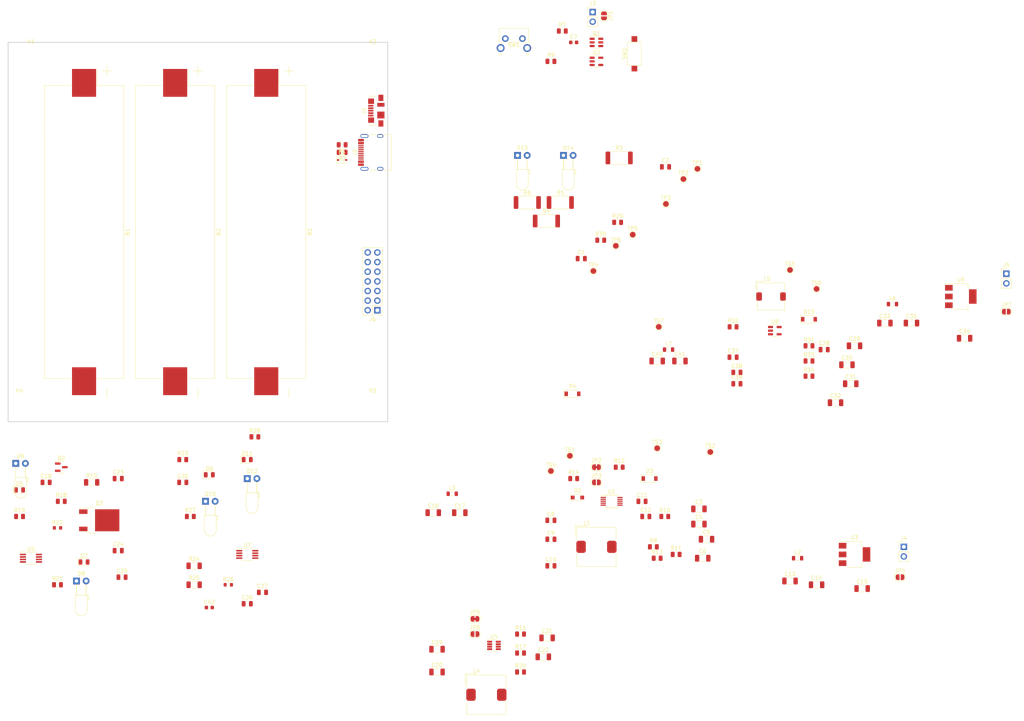
<source format=kicad_pcb>
(kicad_pcb (version 20211014) (generator pcbnew)
  (layers (0 "F.Cu" signal) (31 "B.Cu" signal) (34 "B.Paste" user) (35 "F.Paste" user) (36 "B.SilkS" user "B.Silkscreen") (37 "F.SilkS" user "F.Silkscreen") (38 "B.Mask" user) (39 "F.Mask" user) (44 "Edge.Cuts" user))
  (net 0 "")
  (net 1 "/BATT_BARE")
  (net 2 "-BATT")
  (net 3 "GND")
  (net 4 "Net-(C2-Pad1)")
  (net 5 "Net-(C1-Pad1)")
  (net 6 "+BATT")
  (net 7 "/3V3_NOT_REG")
  (net 8 "Net-(C7-Pad1)")
  (net 9 "Net-(C14-Pad1)")
  (net 10 "/BATT_3V3_FILTER")
  (net 11 "Net-(C24-Pad1)")
  (net 12 "Net-(C11-Pad1)")
  (net 13 "VBUS")
  (net 14 "/5V_SW")
  (net 15 "Net-(C11-Pad2)")
  (net 16 "Net-(D5-Pad1)")
  (net 17 "Net-(D7-Pad1)")
  (net 18 "/3V3_REG")
  (net 19 "Net-(C18-Pad1)")
  (net 20 "Net-(C26-Pad1)")
  (net 21 "Net-(C27-Pad1)")
  (net 22 "Net-(C27-Pad2)")
  (net 23 "Net-(C28-Pad1)")
  (net 24 "Net-(C28-Pad2)")
  (net 25 "Net-(C34-Pad1)")
  (net 26 "Net-(C35-Pad1)")
  (net 27 "Net-(C37-Pad1)")
  (net 28 "Net-(C42-Pad1)")
  (net 29 "/3V3_LTC_SW1")
  (net 30 "/3V3_LTC_SW2")
  (net 33 "Net-(D10-Pad1)")
  (net 34 "+5V")
  (net 35 "+3V3")
  (net 36 "Net-(D11-Pad1)")
  (net 37 "Net-(Q1-Pad2)")
  (net 38 "Net-(Q1-Pad4)")
  (net 39 "Net-(Q1-Pad6)")
  (net 40 "Net-(Q3-Pad1)")
  (net 41 "Net-(Q3-Pad3)")
  (net 42 "Net-(R4-Pad1)")
  (net 43 "POWER_5V_ENABLE")
  (net 44 "Net-(D13-Pad1)")
  (net 45 "Net-(R11-Pad2)")
  (net 46 "Net-(R12-Pad1)")
  (net 47 "Net-(D14-Pad1)")
  (net 49 "Net-(R17-Pad1)")
  (net 52 "Net-(J2-PadA5)")
  (net 56 "Net-(J2-PadB5)")
  (net 60 "Net-(J3-Pad1)")
  (net 61 "Net-(JP2-Pad2)")
  (net 62 "Net-(JP5-Pad2)")
  (net 63 "Net-(L4-Pad1)")
  (net 64 "Net-(L4-Pad2)")
  (net 65 "Net-(Q2-Pad1)")
  (net 66 "Net-(R3-Pad1)")
  (net 67 "Net-(R5-Pad1)")
  (net 68 "Net-(R6-Pad1)")
  (net 69 "/3V3_LTC_FB")
  (net 70 "Net-(R9-Pad1)")
  (net 71 "Net-(R12-Pad2)")
  (net 72 "Net-(R16-Pad1)")
  (net 73 "Net-(R21-Pad2)")
  (net 74 "Net-(R22-Pad1)")
  (net 75 "Net-(R24-Pad2)")
  (net 76 "Net-(R27-Pad1)")
  (net 77 "Net-(R28-Pad1)")
  (net 78 "Net-(R33-Pad2)")
  (footprint "LED_THT:LED_D3.0mm_Horizontal_O3.81mm_Z6.0mm" (layer "F.Cu") (at 154.21 49.79)
    (fp_text reference "D13" (at 1.27 -1.96) (layer "F.SilkS"))
    (fp_text value "3.3V POWER LED")
    (pad "1" thru_hole rect (at 0 0) (size 1.8 1.8) (drill 0.9) (layers *.Cu *.Mask) (net 44 "Net-(D13-Pad1)"))
    (pad "2" thru_hole circle (at 2.54 0) (size 1.8 1.8) (drill 0.9) (layers *.Cu *.Mask) (net 35 "+3V3"))
  )
  (footprint "Capacitor_SMD:C_0805_2012Metric" (layer "F.Cu") (at 211 103)
    (fp_text reference "C37" (at 0 -1.68) (layer "F.SilkS"))
    (fp_text value "10u")
    (pad "1" smd roundrect (at -0.95 0) (size 1 1.45) (layers "F.Cu" "F.Paste" "F.Mask") (net 27 "Net-(C37-Pad1)"))
    (pad "2" smd roundrect (at 0.95 0) (size 1 1.45) (layers "F.Cu" "F.Paste" "F.Mask") (net 3 "GND"))
  )
  (footprint "LED_SMD:LED_0805_2012Metric" (layer "F.Cu") (at 73 134)
    (fp_text reference "D9" (at 0 -1.65) (layer "F.SilkS"))
    (fp_text value "POWER LED")
    (pad "1" smd roundrect (at -0.9375 0) (size 0.975 1.4) (layers "F.Cu" "F.Paste" "F.Mask") (net 33 "Net-(D10-Pad1)"))
    (pad "2" smd roundrect (at 0.9375 0) (size 0.975 1.4) (layers "F.Cu" "F.Paste" "F.Mask") (net 13 "VBUS"))
  )
  (footprint "Resistor_SMD:R_0805_2012Metric" (layer "F.Cu") (at 163 25)
    (fp_text reference "R9" (at 0 -1.65) (layer "F.SilkS"))
    (fp_text value "2k7")
    (pad "1" smd roundrect (at -0.9125 0) (size 1.025 1.4) (layers "F.Cu" "F.Paste" "F.Mask") (roundrect_rratio 0.243902) (net 70 "Net-(R9-Pad1)"))
    (pad "2" smd roundrect (at 0.9125 0) (size 1.025 1.4) (layers "F.Cu" "F.Paste" "F.Mask") (roundrect_rratio 0.243902) (net 3 "GND"))
  )
  (footprint "LED_SMD:LED_0805_2012Metric" (layer "F.Cu") (at 40 157)
    (fp_text reference "D7" (at 0 -1.65) (layer "F.SilkS"))
    (fp_text value "CHARGE LED - Red")
    (pad "1" smd roundrect (at -0.9375 0) (size 0.975 1.4) (layers "F.Cu" "F.Paste" "F.Mask") (net 17 "Net-(D7-Pad1)"))
    (pad "2" smd roundrect (at 0.9375 0) (size 0.975 1.4) (layers "F.Cu" "F.Paste" "F.Mask") (net 19 "Net-(C18-Pad1)"))
  )
  (footprint "Connector_PinHeader_2.54mm:PinHeader_2x07_P2.54mm_Vertical" (layer "F.Cu") (at 117.275 90.625 180)
    (fp_text reference "J6" (at 1.27 -2.33 180) (layer "F.SilkS"))
    (fp_text value "POWER_OUTPUT")
    (pad "1" thru_hole rect (at 0 0 180) (size 1.7 1.7) (drill 1) (layers *.Cu *.Mask) (net 13 "VBUS"))
    (pad "2" thru_hole oval (at 2.54 0 180) (size 1.7 1.7) (drill 1) (layers *.Cu *.Mask) (net 3 "GND"))
    (pad "3" thru_hole oval (at 0 2.54 180) (size 1.7 1.7) (drill 1) (layers *.Cu *.Mask) (net 34 "+5V"))
    (pad "4" thru_hole oval (at 2.54 2.54 180) (size 1.7 1.7) (drill 1) (layers *.Cu *.Mask) (net 3 "GND"))
    (pad "5" thru_hole oval (at 0 5.08 180) (size 1.7 1.7) (drill 1) (layers *.Cu *.Mask) (net 34 "+5V"))
    (pad "6" thru_hole oval (at 2.54 5.08 180) (size 1.7 1.7) (drill 1) (layers *.Cu *.Mask) (net 3 "GND"))
    (pad "7" thru_hole oval (at 0 7.62 180) (size 1.7 1.7) (drill 1) (layers *.Cu *.Mask) (net 35 "+3V3"))
    (pad "8" thru_hole oval (at 2.54 7.62 180) (size 1.7 1.7) (drill 1) (layers *.Cu *.Mask) (net 3 "GND"))
    (pad "9" thru_hole oval (at 0 10.16 180) (size 1.7 1.7) (drill 1) (layers *.Cu *.Mask) (net 35 "+3V3"))
    (pad "10" thru_hole oval (at 2.54 10.16 180) (size 1.7 1.7) (drill 1) (layers *.Cu *.Mask) (net 3 "GND"))
    (pad "11" thru_hole oval (at 0 12.7 180) (size 1.7 1.7) (drill 1) (layers *.Cu *.Mask) (net 6 "+BATT"))
    (pad "12" thru_hole oval (at 2.54 12.7 180) (size 1.7 1.7) (drill 1) (layers *.Cu *.Mask) (net 3 "GND"))
    (pad "13" thru_hole oval (at 0 15.24 180) (size 1.7 1.7) (drill 1) (layers *.Cu *.Mask) (net 43 "POWER_5V_ENABLE"))
    (pad "14" thru_hole oval (at 2.54 15.24 180) (size 1.7 1.7) (drill 1) (layers *.Cu *.Mask) (net 3 "GND"))
  )
  (footprint "Connector_PinHeader_2.54mm:PinHeader_1x02_P2.54mm_Vertical" (layer "F.Cu") (at 174 12)
    (fp_text reference "J3" (at 0 -2.33) (layer "F.SilkS"))
    (fp_text value "BattSense")
    (pad "1" thru_hole rect (at 0 0) (size 1.7 1.7) (drill 1) (layers *.Cu *.Mask) (net 60 "Net-(J3-Pad1)"))
    (pad "2" thru_hole oval (at 0 2.54) (size 1.7 1.7) (drill 1) (layers *.Cu *.Mask) (net 6 "+BATT"))
  )
  (footprint "Package_SO:MSOP-8_3x3mm_P0.65mm" (layer "F.Cu") (at 83 155)
    (fp_text reference "U7" (at 0 -2.45) (layer "F.SilkS"))
    (fp_text value "LTC4052")
    (pad "1" smd roundrect (at -2.1125 -0.975) (size 1.625 0.4) (layers "F.Cu" "F.Paste" "F.Mask") (net 75 "Net-(R24-Pad2)"))
    (pad "2" smd roundrect (at -2.1125 -0.325) (size 1.625 0.4) (layers "F.Cu" "F.Paste" "F.Mask") (net 76 "Net-(R27-Pad1)"))
    (pad "3" smd roundrect (at -2.1125 0.325) (size 1.625 0.4) (layers "F.Cu" "F.Paste" "F.Mask") (net 13 "VBUS"))
    (pad "4" smd roundrect (at -2.1125 0.975) (size 1.625 0.4) (layers "F.Cu" "F.Paste" "F.Mask") (net 3 "GND"))
    (pad "5" smd roundrect (at 2.1125 0.975) (size 1.625 0.4) (layers "F.Cu" "F.Paste" "F.Mask") (net 28 "Net-(C42-Pad1)"))
    (pad "6" smd roundrect (at 2.1125 0.325) (size 1.625 0.4) (layers "F.Cu" "F.Paste" "F.Mask") (net 77 "Net-(R28-Pad1)"))
    (pad "7" smd roundrect (at 2.1125 -0.325) (size 1.625 0.4) (layers "F.Cu" "F.Paste" "F.Mask") (net 22 "Net-(C27-Pad2)"))
    (pad "8" smd roundrect (at 2.1125 -0.975) (size 1.625 0.4) (layers "F.Cu" "F.Paste" "F.Mask") (net 6 "+BATT"))
  )
  (footprint "Resistor_SMD:R_0805_2012Metric" (layer "F.Cu") (at 85 124)
    (fp_text reference "R28" (at 0 -1.65) (layer "F.SilkS"))
    (fp_text value "3k3")
    (pad "1" smd roundrect (at -0.9125 0) (size 1.025 1.4) (layers "F.Cu" "F.Paste" "F.Mask") (roundrect_rratio 0.243902) (net 77 "Net-(R28-Pad1)"))
    (pad "2" smd roundrect (at 0.9125 0) (size 1.025 1.4) (layers "F.Cu" "F.Paste" "F.Mask") (roundrect_rratio 0.243902) (net 36 "Net-(D11-Pad1)"))
  )
  (footprint "Capacitor_SMD:C_1206_3216Metric" (layer "F.Cu") (at 241 105)
    (fp_text reference "C30" (at 0 -1.85) (layer "F.SilkS"))
    (fp_text value "22u")
    (pad "1" smd roundrect (at -1.475 0) (size 1.15 1.8) (layers "F.Cu" "F.Paste" "F.Mask") (roundrect_rratio 0.217391) (net 23 "Net-(C28-Pad1)"))
    (pad "2" smd roundrect (at 1.475 0) (size 1.15 1.8) (layers "F.Cu" "F.Paste" "F.Mask") (roundrect_rratio 0.217391) (net 3 "GND"))
  )
  (footprint "Capacitor_SMD:C_1206_3216Metric" (layer "F.Cu") (at 204 151)
    (fp_text reference "C5" (at 0 -1.85) (layer "F.SilkS"))
    (fp_text value "22u")
    (pad "1" smd roundrect (at -1.475 0) (size 1.15 1.8) (layers "F.Cu" "F.Paste" "F.Mask") (roundrect_rratio 0.217391) (net 7 "/3V3_NOT_REG"))
    (pad "2" smd roundrect (at 1.475 0) (size 1.15 1.8) (layers "F.Cu" "F.Paste" "F.Mask") (roundrect_rratio 0.217391) (net 3 "GND"))
  )
  (footprint "Resistor_SMD:R_0805_2012Metric" (layer "F.Cu") (at 196 155)
    (fp_text reference "R11" (at 0 -1.65) (layer "F.SilkS"))
    (fp_text value "47k")
    (pad "1" smd roundrect (at -0.9125 0) (size 1.025 1.4) (layers "F.Cu" "F.Paste" "F.Mask") (roundrect_rratio 0.243902) (net 69 "/3V3_LTC_FB"))
    (pad "2" smd roundrect (at 0.9125 0) (size 1.025 1.4) (layers "F.Cu" "F.Paste" "F.Mask") (roundrect_rratio 0.243902) (net 45 "Net-(R11-Pad2)"))
  )
  (footprint "Connector_USB:USB_Micro-B_Molex_47346-0001" (layer "F.Cu") (at 117 38 90)
    (fp_text reference "J1" (at 0 -3.3 90) (layer "F.SilkS"))
    (fp_text value "USB_B_Micro")
    (pad "1" smd rect (at -1.3 -1.46 90) (size 0.45 1.38) (layers "F.Cu" "F.Paste" "F.Mask") (net 13 "VBUS"))
    (pad "2" smd rect (at -0.65 -1.46 90) (size 0.45 1.38) (layers "F.Cu" "F.Paste" "F.Mask"))
    (pad "3" smd rect (at 0 -1.46 90) (size 0.45 1.38) (layers "F.Cu" "F.Paste" "F.Mask"))
    (pad "4" smd rect (at 0.65 -1.46 90) (size 0.45 1.38) (layers "F.Cu" "F.Paste" "F.Mask"))
    (pad "5" smd rect (at 1.3 -1.46 90) (size 0.45 1.38) (layers "F.Cu" "F.Paste" "F.Mask") (net 3 "GND"))
    (pad "6" smd rect (at -2.4875 -1.375 90) (size 1.425 1.55) (layers "F.Cu" "F.Paste" "F.Mask") (net 5 "Net-(C1-Pad1)"))
    (pad "6" smd rect (at -3.375 1.2 90) (size 1.65 1.3) (layers "F.Cu" "F.Paste" "F.Mask") (net 5 "Net-(C1-Pad1)"))
    (pad "6" smd rect (at 2.4875 -1.375 90) (size 1.425 1.55) (layers "F.Cu" "F.Paste" "F.Mask") (net 5 "Net-(C1-Pad1)"))
    (pad "6" smd rect (at 3.375 1.2 90) (size 1.65 1.3) (layers "F.Cu" "F.Paste" "F.Mask") (net 5 "Net-(C1-Pad1)"))
    (pad "6" smd rect (at -1.15 1.2 90) (size 1.8 1.9) (layers "F.Cu" "F.Paste" "F.Mask") (net 5 "Net-(C1-Pad1)"))
    (pad "6" smd rect (at 1.55 1.2 90) (size 1 1.9) (layers "F.Cu" "F.Paste" "F.Mask") (net 5 "Net-(C1-Pad1)"))
  )
  (footprint "Resistor_SMD:R_0805_2012Metric" (layer "F.Cu") (at 231 100)
    (fp_text reference "R31" (at 0 -1.65) (layer "F.SilkS"))
    (fp_text value "47k")
    (pad "1" smd roundrect (at -0.9125 0) (size 1.025 1.4) (layers "F.Cu" "F.Paste" "F.Mask") (roundrect_rratio 0.243902) (net 23 "Net-(C28-Pad1)"))
    (pad "2" smd roundrect (at 0.9125 0) (size 1.025 1.4) (layers "F.Cu" "F.Paste" "F.Mask") (roundrect_rratio 0.243902) (net 24 "Net-(C28-Pad2)"))
  )
  (footprint "Jumper:SolderJumper-2_P1.3mm_Open_RoundedPad1.0x1.5mm" (layer "F.Cu") (at 283 91)
    (fp_text reference "JP7" (at 0 -1.8) (layer "F.SilkS"))
    (fp_text value "NO")
    (pad "1" smd custom (at -0.65 0) (size 1 0.5) (layers "F.Cu" "F.Mask") (net 25 "Net-(C34-Pad1)") (options (clearance outline) (anchor rect)) (primitives (gr_circle (center 0 0.25) (end 0.5 0.25) (width 0) (fill yes)) (gr_circle (center 0 -0.25) (end 0.5 -0.25) (width 0) (fill yes)) (gr_poly (pts (xy 0.5 0.75) (xy 0 0.75) (xy 0 -0.75) (xy 0.5 -0.75)) (width 0) (fill yes))))
    (pad "2" smd custom (at 0.65 0) (size 1 0.5) (layers "F.Cu" "F.Mask") (net 34 "+5V") (options (clearance outline) (anchor rect)) (primitives (gr_circle (center 0 0.25) (end 0.5 0.25) (width 0) (fill yes)) (gr_circle (center 0 -0.25) (end 0.5 -0.25) (width 0) (fill yes)) (gr_poly (pts (xy 0 0.75) (xy -0.5 0.75) (xy -0.5 -0.75) (xy 0 -0.75)) (width 0) (fill yes))))
  )
  (footprint "Capacitor_SMD:C_0805_2012Metric" (layer "F.Cu") (at 235 101)
    (fp_text reference "C28" (at 0 -1.68) (layer "F.SilkS"))
    (fp_text value "1n8")
    (pad "1" smd roundrect (at -0.95 0) (size 1 1.45) (layers "F.Cu" "F.Paste" "F.Mask") (net 23 "Net-(C28-Pad1)"))
    (pad "2" smd roundrect (at 0.95 0) (size 1 1.45) (layers "F.Cu" "F.Paste" "F.Mask") (net 24 "Net-(C28-Pad2)"))
  )
  (footprint "Connector_USB:USB_C_Receptacle_HRO_TYPE-C-31-M-12" (layer "F.Cu") (at 117 49 90)
    (fp_text reference "J2" (at 0 -5.645 90) (layer "F.SilkS"))
    (fp_text value "USB_C_Receptacle_USB2.0")
    (pad "" np_thru_hole circle (at 2.89 -2.6 90) (size 0.65 0.65) (drill 0.65) (layers *.Cu *.Mask))
    (pad "" np_thru_hole circle (at -2.89 -2.6 90) (size 0.65 0.65) (drill 0.65) (layers *.Cu *.Mask))
    (pad "A1" smd rect (at -3.25 -4.045 90) (size 0.6 1.45) (layers "F.Cu" "F.Paste" "F.Mask") (net 3 "GND"))
    (pad "A4" smd rect (at -2.45 -4.045 90) (size 0.6 1.45) (layers "F.Cu" "F.Paste" "F.Mask") (net 13 "VBUS"))
    (pad "A5" smd rect (at -1.25 -4.045 90) (size 0.3 1.45) (layers "F.Cu" "F.Paste" "F.Mask") (net 52 "Net-(J2-PadA5)"))
    (pad "A6" smd rect (at -0.25 -4.045 90) (size 0.3 1.45) (layers "F.Cu" "F.Paste" "F.Mask"))
    (pad "A7" smd rect (at 0.25 -4.045 90) (size 0.3 1.45) (layers "F.Cu" "F.Paste" "F.Mask"))
    (pad "A8" smd rect (at 1.25 -4.045 90) (size 0.3 1.45) (layers "F.Cu" "F.Paste" "F.Mask"))
    (pad "A9" smd rect (at 2.45 -4.045 90) (size 0.6 1.45) (layers "F.Cu" "F.Paste" "F.Mask") (net 13 "VBUS"))
    (pad "A12" smd rect (at 3.25 -4.045 90) (size 0.6 1.45) (layers "F.Cu" "F.Paste" "F.Mask") (net 3 "GND"))
    (pad "B1" smd rect (at 3.25 -4.045 90) (size 0.6 1.45) (layers "F.Cu" "F.Paste" "F.Mask") (net 3 "GND"))
    (pad "B4" smd rect (at 2.45 -4.045 90) (size 0.6 1.45) (layers "F.Cu" "F.Paste" "F.Mask") (net 13 "VBUS"))
    (pad "B5" smd rect (at 1.75 -4.045 90) (size 0.3 1.45) (layers "F.Cu" "F.Paste" "F.Mask") (net 56 "Net-(J2-PadB5)"))
    (pad "B6" smd rect (at 0.75 -4.045 90) (size 0.3 1.45) (layers "F.Cu" "F.Paste" "F.Mask"))
    (pad "B7" smd rect (at -0.75 -4.045 90) (size 0.3 1.45) (layers "F.Cu" "F.Paste" "F.Mask"))
    (pad "B8" smd rect (at -1.75 -4.045 90) (size 0.3 1.45) (layers "F.Cu" "F.Paste" "F.Mask"))
    (pad "B9" smd rect (at -2.45 -4.045 90) (size 0.6 1.45) (layers "F.Cu" "F.Paste" "F.Mask") (net 13 "VBUS"))
    (pad "B12" smd rect (at -3.25 -4.045 90) (size 0.6 1.45) (layers "F.Cu" "F.Paste" "F.Mask") (net 3 "GND"))
    (pad "S1" thru_hole oval (at 4.32 -3.13 90) (size 1 2.1) (drill oval 0.6 1.7) (layers *.Cu *.Mask) (net 4 "Net-(C2-Pad1)"))
    (pad "S1" thru_hole oval (at -4.32 1.05 90) (size 1 1.6) (drill oval 0.6 1.2) (layers *.Cu *.Mask) (net 4 "Net-(C2-Pad1)"))
    (pad "S1" thru_hole oval (at -4.32 -3.13 90) (size 1 2.1) (drill oval 0.6 1.7) (layers *.Cu *.Mask) (net 4 "Net-(C2-Pad1)"))
    (pad "S1" thru_hole oval (at 4.32 1.05 90) (size 1 1.6) (drill oval 0.6 1.2) (layers *.Cu *.Mask) (net 4 "Net-(C2-Pad1)"))
  )
  (footprint "Resistor_SMD:R_2512_6332Metric" (layer "F.Cu") (at 165.47 62.21)
    (fp_text reference "R5" (at 0 -2.62) (layer "F.SilkS"))
    (fp_text value "25R")
    (pad "1" smd roundrect (at -2.9625 0) (size 1.225 3.35) (layers "F.Cu" "F.Paste" "F.Mask") (roundrect_rratio 0.204082) (net 67 "Net-(R5-Pad1)"))
    (pad "2" smd roundrect (at 2.9625 0) (size 1.225 3.35) (layers "F.Cu" "F.Paste" "F.Mask") (roundrect_rratio 0.204082) (net 3 "GND"))
  )
  (footprint "TestPoint:TestPoint_Pad_D1.5mm" (layer "F.Cu") (at 205 128)
    (fp_text reference "TS2" (at 0 -1.648) (layer "F.SilkS"))
    (fp_text value "TestPoint")
    (pad "1" smd circle (at 0 0) (size 1.5 1.5) (layers "F.Cu" "F.Mask") (net 30 "/3V3_LTC_SW2"))
  )
  (footprint "Capacitor_SMD:C_0805_2012Metric" (layer "F.Cu") (at 212 110)
    (fp_text reference "C39" (at 0 -1.68) (layer "F.SilkS"))
    (fp_text value "10u")
    (pad "1" smd roundrect (at -0.95 0) (size 1 1.45) (layers "F.Cu" "F.Paste" "F.Mask") (net 27 "Net-(C37-Pad1)"))
    (pad "2" smd roundrect (at 0.95 0) (size 1 1.45) (layers "F.Cu" "F.Paste" "F.Mask") (net 3 "GND"))
  )
  (footprint "Jumper:SolderJumper-2_P1.3mm_Open_RoundedPad1.0x1.5mm" (layer "F.Cu") (at 255 161)
    (fp_text reference "JP4" (at 0 -1.8) (layer "F.SilkS"))
    (fp_text value "NO")
    (pad "1" smd custom (at -0.65 0) (size 1 0.5) (layers "F.Cu" "F.Mask") (net 18 "/3V3_REG") (options (clearance outline) (anchor rect)) (primitives (gr_circle (center 0 0.25) (end 0.5 0.25) (width 0) (fill yes)) (gr_circle (center 0 -0.25) (end 0.5 -0.25) (width 0) (fill yes)) (gr_poly (pts (xy 0.5 0.75) (xy 0 0.75) (xy 0 -0.75) (xy 0.5 -0.75)) (width 0) (fill yes))))
    (pad "2" smd custom (at 0.65 0) (size 1 0.5) (layers "F.Cu" "F.Mask") (net 35 "+3V3") (options (clearance outline) (anchor rect)) (primitives (gr_circle (center 0 0.25) (end 0.5 0.25) (width 0) (fill yes)) (gr_circle (center 0 -0.25) (end 0.5 -0.25) (width 0) (fill yes)) (gr_poly (pts (xy 0 0.75) (xy -0.5 0.75) (xy -0.5 -0.75) (xy 0 -0.75)) (width 0) (fill yes))))
  )
  (footprint "Capacitor_SMD:C_1206_3216Metric" (layer "F.Cu") (at 242 110)
    (fp_text reference "C31" (at 0 -1.85) (layer "F.SilkS"))
    (fp_text value "22u")
    (pad "1" smd roundrect (at -1.475 0) (size 1.15 1.8) (layers "F.Cu" "F.Paste" "F.Mask") (roundrect_rratio 0.217391) (net 23 "Net-(C28-Pad1)"))
    (pad "2" smd roundrect (at 1.475 0) (size 1.15 1.8) (layers "F.Cu" "F.Paste" "F.Mask") (roundrect_rratio 0.217391) (net 3 "GND"))
  )
  (footprint "MountingHole:MountingHole_3.2mm_M3" (layer "F.Cu") (at 23 116)
    (fp_text reference "H4" (at 0 -4.2) (layer "F.SilkS"))
    (fp_text value "MountingHole")
    (pad "" np_thru_hole circle (at 0 0) (size 3.2 3.2) (drill 3.2) (layers *.Cu *.Mask))
  )
  (footprint "Resistor_SMD:R_0805_2012Metric" (layer "F.Cu") (at 108 47 180)
    (fp_text reference "R1" (at 0 -1.65) (layer "F.SilkS"))
    (fp_text value "5k1")
    (pad "1" smd roundrect (at -0.9125 0 180) (size 1.025 1.4) (layers "F.Cu" "F.Paste" "F.Mask") (roundrect_rratio 0.243902) (net 56 "Net-(J2-PadB5)"))
    (pad "2" smd roundrect (at 0.9125 0 180) (size 1.025 1.4) (layers "F.Cu" "F.Paste" "F.Mask") (roundrect_rratio 0.243902) (net 3 "GND"))
  )
  (footprint "Jumper:SolderJumper-2_P1.3mm_Open_RoundedPad1.0x1.5mm" (layer "F.Cu") (at 143 176)
    (fp_text reference "JP6" (at 0 -1.8) (layer "F.SilkS"))
    (fp_text value "NO")
    (pad "1" smd custom (at -0.65 0) (size 1 0.5) (layers "F.Cu" "F.Mask") (net 62 "Net-(JP5-Pad2)") (options (clearance outline) (anchor rect)) (primitives (gr_circle (center 0 0.25) (end 0.5 0.25) (width 0) (fill yes)) (gr_circle (center 0 -0.25) (end 0.5 -0.25) (width 0) (fill yes)) (gr_poly (pts (xy 0.5 0.75) (xy 0 0.75) (xy 0 -0.75) (xy 0.5 -0.75)) (width 0) (fill yes))))
    (pad "2" smd custom (at 0.65 0) (size 1 0.5) (layers "F.Cu" "F.Mask") (net 3 "GND") (options (clearance outline) (anchor rect)) (primitives (gr_circle (center 0 0.25) (end 0.5 0.25) (width 0) (fill yes)) (gr_circle (center 0 -0.25) (end 0.5 -0.25) (width 0) (fill yes)) (gr_poly (pts (xy 0 0.75) (xy -0.5 0.75) (xy -0.5 -0.75) (xy 0 -0.75)) (width 0) (fill yes))))
  )
  (footprint "LED_THT:LED_D3.0mm_Horizontal_O3.81mm_Z6.0mm" (layer "F.Cu") (at 38 162)
    (fp_text reference "D8" (at 1.27 -1.96) (layer "F.SilkS"))
    (fp_text value "CHARGE LED - Red")
    (pad "1" thru_hole rect (at 0 0) (size 1.8 1.8) (drill 0.9) (layers *.Cu *.Mask) (net 17 "Net-(D7-Pad1)"))
    (pad "2" thru_hole circle (at 2.54 0) (size 1.8 1.8) (drill 0.9) (layers *.Cu *.Mask) (net 19 "Net-(C18-Pad1)"))
  )
  (footprint "Capacitor_SMD:C_1206_3216Metric" (layer "F.Cu") (at 202 143)
    (fp_text reference "C3" (at 0 -1.85) (layer "F.SilkS"))
    (fp_text value "22u")
    (pad "1" smd roundrect (at -1.475 0) (size 1.15 1.8) (layers "F.Cu" "F.Paste" "F.Mask") (roundrect_rratio 0.217391) (net 7 "/3V3_NOT_REG"))
    (pad "2" smd roundrect (at 1.475 0) (size 1.15 1.8) (layers "F.Cu" "F.Paste" "F.Mask") (roundrect_rratio 0.217391) (net 3 "GND"))
  )
  (footprint "Resistor_SMD:R_1206_3216Metric" (layer "F.Cu") (at 42 136)
    (fp_text reference "R15" (at 0 -1.82) (layer "F.SilkS"))
    (fp_text value "220m")
    (pad "1" smd roundrect (at -1.4625 0) (size 1.125 1.75) (layers "F.Cu" "F.Paste" "F.Mask") (roundrect_rratio 0.222222) (net 41 "Net-(Q3-Pad3)"))
    (pad "2" smd roundrect (at 1.4625 0) (size 1.125 1.75) (layers "F.Cu" "F.Paste" "F.Mask") (roundrect_rratio 0.222222) (net 19 "Net-(C18-Pad1)"))
  )
  (footprint "Resistor_SMD:R_1206_3216Metric" (layer "F.Cu") (at 69 158)
    (fp_text reference "R24" (at 0 -1.82) (layer "F.SilkS"))
    (fp_text value "DNP")
    (pad "1" smd roundrect (at -1.4625 0) (size 1.125 1.75) (layers "F.Cu" "F.Paste" "F.Mask") (roundrect_rratio 0.222222) (net 13 "VBUS"))
    (pad "2" smd roundrect (at 1.4625 0) (size 1.125 1.75) (layers "F.Cu" "F.Paste" "F.Mask") (roundrect_rratio 0.222222) (net 75 "Net-(R24-Pad2)"))
  )
  (footprint "Package_TO_SOT_SMD:SOT-23" (layer "F.Cu") (at 34 132)
    (fp_text reference "Q2" (at 0 -2.4) (layer "F.SilkS"))
    (fp_text value "IRLML2244")
    (pad "1" smd roundrect (at -0.9375 -0.95) (size 1.475 0.6) (layers "F.Cu" "F.Paste" "F.Mask") (net 65 "Net-(Q2-Pad1)"))
    (pad "2" smd roundrect (at -0.9375 0.95) (size 1.475 0.6) (layers "F.Cu" "F.Paste" "F.Mask") (net 19 "Net-(C18-Pad1)"))
    (pad "3" smd roundrect (at 0.9375 0) (size 1.475 0.6) (layers "F.Cu" "F.Paste" "F.Mask") (net 13 "VBUS"))
  )
  (footprint "Resistor_SMD:R_2512_6332Metric" (layer "F.Cu") (at 156.78 62.21)
    (fp_text reference "R6" (at 0 -2.62) (layer "F.SilkS"))
    (fp_text value "12R5")
    (pad "1" smd roundrect (at -2.9625 0) (size 1.225 3.35) (layers "F.Cu" "F.Paste" "F.Mask") (roundrect_rratio 0.204082) (net 68 "Net-(R6-Pad1)"))
    (pad "2" smd roundrect (at 2.9625 0) (size 1.225 3.35) (layers "F.Cu" "F.Paste" "F.Mask") (roundrect_rratio 0.204082) (net 3 "GND"))
  )
  (footprint "Capacitor_SMD:C_1206_3216Metric" (layer "F.Cu") (at 132 144)
    (fp_text reference "C16" (at 0 -1.85) (layer "F.SilkS"))
    (fp_text value "2u2")
    (pad "1" smd roundrect (at -1.475 0) (size 1.15 1.8) (layers "F.Cu" "F.Paste" "F.Mask") (roundrect_rratio 0.217391) (net 6 "+BATT"))
    (pad "2" smd roundrect (at 1.475 0) (size 1.15 1.8) (layers "F.Cu" "F.Paste" "F.Mask") (roundrect_rratio 0.217391) (net 3 "GND"))
  )
  (footprint "Resistor_SMD:R_0805_2012Metric" (layer "F.Cu") (at 155 181)
    (fp_text reference "R17" (at 0 -1.65) (layer "F.SilkS"))
    (fp_text value "120k")
    (pad "1" smd roundrect (at -0.9125 0) (size 1.025 1.4) (layers "F.Cu" "F.Paste" "F.Mask") (roundrect_rratio 0.243902) (net 49 "Net-(R17-Pad1)"))
    (pad "2" smd roundrect (at 0.9125 0) (size 1.025 1.4) (layers "F.Cu" "F.Paste" "F.Mask") (roundrect_rratio 0.243902) (net 72 "Net-(R16-Pad1)"))
  )
  (footprint "LED_THT:LED_D3.0mm_Horizontal_O3.81mm_Z6.0mm" (layer "F.Cu") (at 83 135)
    (fp_text reference "D12" (at 1.27 -1.96) (layer "F.SilkS"))
    (fp_text value "CHARGE LED")
    (pad "1" thru_hole rect (at 0 0) (size 1.8 1.8) (drill 0.9) (layers *.Cu *.Mask) (net 36 "Net-(D11-Pad1)"))
    (pad "2" thru_hole circle (at 2.54 0) (size 1.8 1.8) (drill 0.9) (layers *.Cu *.Mask) (net 13 "VBUS"))
  )
  (footprint "Inductor_SMD:L_0805_2012Metric" (layer "F.Cu") (at 253 89)
    (fp_text reference "L6" (at 0 -1.55) (layer "F.SilkS"))
    (fp_text value "100-600R")
    (pad "1" smd roundrect (at -1.0625 0) (size 0.875 1.2) (layers "F.Cu" "F.Paste" "F.Mask") (net 23 "Net-(C28-Pad1)"))
    (pad "2" smd roundrect (at 1.0625 0) (size 0.875 1.2) (layers "F.Cu" "F.Paste" "F.Mask") (net 26 "Net-(C35-Pad1)"))
  )
  (footprint "TestPoint:TestPoint_Pad_D1.5mm" (layer "F.Cu") (at 226 80)
    (fp_text reference "TS5" (at 0 -1.648) (layer "F.SilkS"))
    (fp_text value "TestPoint")
    (pad "1" smd circle (at 0 0) (size 1.5 1.5) (layers "F.Cu" "F.Mask") (net 14 "/5V_SW"))
  )
  (footprint "LED_SMD:LED_0805_2012Metric" (layer "F.Cu") (at 23 138)
    (fp_text reference "D5" (at 0 -1.65) (layer "F.SilkS"))
    (fp_text value "POWER LED")
    (pad "1" smd roundrect (at -0.9375 0) (size 0.975 1.4) (layers "F.Cu" "F.Paste" "F.Mask") (net 16 "Net-(D5-Pad1)"))
    (pad "2" smd roundrect (at 0.9375 0) (size 0.975 1.4) (layers "F.Cu" "F.Paste" "F.Mask") (net 13 "VBUS"))
  )
  (footprint "Resistor_SMD:R_0805_2012Metric" (layer "F.Cu") (at 34 141)
    (fp_text reference "R18" (at 0 -1.65) (layer "F.SilkS"))
    (fp_text value "3k3")
    (pad "1" smd roundrect (at -0.9125 0) (size 1.025 1.4) (layers "F.Cu" "F.Paste" "F.Mask") (roundrect_rratio 0.243902) (net 3 "GND"))
    (pad "2" smd roundrect (at 0.9125 0) (size 1.025 1.4) (layers "F.Cu" "F.Paste" "F.Mask") (roundrect_rratio 0.243902) (net 65 "Net-(Q2-Pad1)"))
  )
  (footprint "Inductor_SMD:L_0805_2012Metric" (layer "F.Cu") (at 137 139)
    (fp_text reference "L3" (at 0 -1.55) (layer "F.SilkS"))
    (fp_text value "100-600R")
    (pad "1" smd roundrect (at -1.0625 0) (size 0.875 1.2) (layers "F.Cu" "F.Paste" "F.Mask") (net 6 "+BATT"))
    (pad "2" smd roundrect (at 1.0625 0) (size 0.875 1.2) (layers "F.Cu" "F.Paste" "F.Mask") (net 10 "/BATT_3V3_FILTER"))
  )
  (footprint "Capacitor_SMD:C_0805_2012Metric" (layer "F.Cu") (at 188 145)
    (fp_text reference "C12" (at 0 -1.68) (layer "F.SilkS"))
    (fp_text value "470p")
    (pad "1" smd roundrect (at -0.95 0) (size 1 1.45) (layers "F.Cu" "F.Paste" "F.Mask") (net 12 "Net-(C11-Pad1)"))
    (pad "2" smd roundrect (at 0.95 0) (size 1 1.45) (layers "F.Cu" "F.Paste" "F.Mask") (net 15 "Net-(C11-Pad2)"))
  )
  (footprint "Capacitor_SMD:C_0805_2012Metric" (layer "F.Cu") (at 163 146)
    (fp_text reference "C8" (at 0 -1.68) (layer "F.SilkS"))
    (fp_text value "10u")
    (pad "1" smd roundrect (at -0.95 0) (size 1 1.45) (layers "F.Cu" "F.Paste" "F.Mask") (net 10 "/BATT_3V3_FILTER"))
    (pad "2" smd roundrect (at 0.95 0) (size 1 1.45) (layers "F.Cu" "F.Paste" "F.Mask") (net 3 "GND"))
  )
  (footprint "TestPoint:TestPoint_Pad_D1.5mm" (layer "F.Cu") (at 163 133)
    (fp_text reference "TS4" (at 0 -1.648) (layer "F.SilkS"))
    (fp_text value "TestPoint")
    (pad "1" smd circle (at 0 0) (size 1.5 1.5) (layers "F.Cu" "F.Mask") (net 10 "/BATT_3V3_FILTER"))
  )
  (footprint "TestPoint:TestPoint_Pad_D1.5mm" (layer "F.Cu") (at 191.42 95)
    (fp_text reference "TS7" (at 0 -1.648) (layer "F.SilkS"))
    (fp_text value "TestPoint")
    (pad "1" smd circle (at 0 0) (size 1.5 1.5) (layers "F.Cu" "F.Mask") (net 27 "Net-(C37-Pad1)"))
  )
  (footprint "Package_SO:MSOP-10_3x3mm_P0.5mm" (layer "F.Cu") (at 179 141)
    (fp_text reference "U1" (at 0 -2.6) (layer "F.SilkS"))
    (fp_text value "LTC3440")
    (pad "1" smd rect (at -2.2 -1) (size 1.4 0.3) (layers "F.Cu" "F.Paste" "F.Mask") (net 46 "Net-(R12-Pad1)"))
    (pad "2" smd rect (at -2.2 -0.5) (size 1.4 0.3) (layers "F.Cu" "F.Paste" "F.Mask") (net 61 "Net-(JP2-Pad2)"))
    (pad "3" smd rect (at -2.2 0) (size 1.4 0.3) (layers "F.Cu" "F.Paste" "F.Mask") (net 29 "/3V3_LTC_SW1"))
    (pad "4" smd rect (at -2.2 0.5) (size 1.4 0.3) (layers "F.Cu" "F.Paste" "F.Mask") (net 30 "/3V3_LTC_SW2"))
    (pad "5" smd rect (at -2.2 1) (size 1.4 0.3) (layers "F.Cu" "F.Paste" "F.Mask") (net 3 "GND"))
    (pad "6" smd rect (at 2.2 1) (size 1.4 0.3) (layers "F.Cu" "F.Paste" "F.Mask") (net 7 "/3V3_NOT_REG"))
    (pad "7" smd rect (at 2.2 0.5) (size 1.4 0.3) (layers "F.Cu" "F.Paste" "F.Mask") (net 10 "/BATT_3V3_FILTER"))
    (pad "8" smd rect (at 2.2 0) (size 1.4 0.3) (layers "F.Cu" "F.Paste" "F.Mask") (net 10 "/BATT_3V3_FILTER"))
    (pad "9" smd rect (at 2.2 -0.5) (size 1.4 0.3) (layers "F.Cu" "F.Paste" "F.Mask") (net 69 "/3V3_LTC_FB"))
    (pad "10" smd rect (at 2.2 -1) (size 1.4 0.3) (layers "F.Cu" "F.Paste" "F.Mask") (net 15 "Net-(C11-Pad2)"))
  )
  (footprint "TestPoint:TestPoint_Pad_D1.5mm" (layer "F.Cu") (at 180.11 73.64)
    (fp_text reference "TP6" (at 0 -1.648) (layer "F.SilkS"))
    (fp_text value "TestPoint")
    (pad "1" smd circle (at 0 0) (size 1.5 1.5) (layers "F.Cu" "F.Mask") (net 68 "Net-(R6-Pad1)"))
  )
  (footprint "Resistor_SMD:R_0805_2012Metric" (layer "F.Cu") (at 180.58 67.44)
    (fp_text reference "R29" (at 0 -1.65) (layer "F.SilkS"))
    (fp_text value "3k3")
    (pad "1" smd roundrect (at -0.9125 0) (size 1.025 1.4) (layers "F.Cu" "F.Paste" "F.Mask") (roundrect_rratio 0.243902) (net 3 "GND"))
    (pad "2" smd roundrect (at 0.9125 0) (size 1.025 1.4) (layers "F.Cu" "F.Paste" "F.Mask") (roundrect_rratio 0.243902) (net 44 "Net-(D13-Pad1)"))
  )
  (footprint "Diode_SMD:D_SOD-323_HandSoldering" (layer "F.Cu") (at 170 140)
    (fp_text reference "D2" (at 0 -1.85) (layer "F.SilkS"))
    (fp_text value "DNP (PMEG2010AEJ)")
    (pad "1" smd rect (at -1.25 0) (size 1 1) (layers "F.Cu" "F.Paste" "F.Mask") (net 29 "/3V3_LTC_SW1"))
    (pad "2" smd rect (at 1.25 0) (size 1 1) (layers "F.Cu" "F.Paste" "F.Mask") (net 3 "GND"))
  )
  (footprint "Package_TO_SOT_SMD:TSOT-23-6" (layer "F.Cu") (at 175 20)
    (fp_text reference "Q1" (at 0 -2.4) (layer "F.SilkS"))
    (fp_text value "AO6804A")
    (pad "1" smd roundrect (at -1.1375 -0.95) (size 1.325 0.6) (layers "F.Cu" "F.Paste" "F.Mask") (net 3 "GND"))
    (pad "2" smd roundrect (at -1.1375 0) (size 1.325 0.6) (layers "F.Cu" "F.Paste" "F.Mask") (net 37 "Net-(Q1-Pad2)"))
    (pad "3" smd roundrect (at -1.1375 0.95) (size 1.325 0.6) (layers "F.Cu" "F.Paste" "F.Mask") (net 2 "-BATT"))
    (pad "4" smd roundrect (at 1.1375 0.95) (size 1.325 0.6) (layers "F.Cu" "F.Paste" "F.Mask") (net 38 "Net-(Q1-Pad4)"))
    (pad "5" smd roundrect (at 1.1375 0) (size 1.325 0.6) (layers "F.Cu" "F.Paste" "F.Mask") (net 37 "Net-(Q1-Pad2)"))
    (pad "6" smd roundrect (at 1.1375 -0.95) (size 1.325 0.6) (layers "F.Cu" "F.Paste" "F.Mask") (net 39 "Net-(Q1-Pad6)"))
  )
  (footprint "Button_Switch_THT:SW_Tactile_SPST_Angled_PTS645Vx31-2LFS" (layer "F.Cu") (at 151 19)
    (fp_text reference "SW1" (at 2.25 1.68) (layer "F.SilkS"))
    (fp_text value "BATT_SWITCH")
    (pad "" thru_hole circle (at -1.25 2.49) (size 2.1 2.1) (drill 1.3) (layers *.Cu *.Mask))
    (pad "" thru_hole circle (at 5.76 2.49) (size 2.1 2.1) (drill 1.3) (layers *.Cu *.Mask))
    (pad "1" thru_hole circle (at 0 0) (size 1.75 1.75) (drill 0.99) (layers *.Cu *.Mask) (net 1 "/BATT_BARE"))
    (pad "2" thru_hole circle (at 4.5 0) (size 1.75 1.75) (drill 0.99) (layers *.Cu *.Mask) (net 60 "Net-(J3-Pad1)"))
  )
  (footprint "Diode_SMD:D_SOD-123" (layer "F.Cu") (at 189 135)
    (fp_text reference "D3" (at 0 -2) (layer "F.SilkS"))
    (fp_text value "DNP (PMEG3020BER)")
    (pad "1" smd rect (at -1.65 0) (size 0.9 1.2) (layers "F.Cu" "F.Paste" "F.Mask") (net 7 "/3V3_NOT_REG"))
    (pad "2" smd rect (at 1.65 0) (size 0.9 1.2) (layers "F.Cu" "F.Paste" "F.Mask") (net 30 "/3V3_LTC_SW2"))
  )
  (footprint "Capacitor_SMD:C_1206_3216Metric" (layer "F.Cu") (at 258 94)
    (fp_text reference "C35" (at 0 -1.85) (layer "F.SilkS"))
    (fp_text value "2u2")
    (pad "1" smd roundrect (at -1.475 0) (size 1.15 1.8) (layers "F.Cu" "F.Paste" "F.Mask") (roundrect_rratio 0.217391) (net 26 "Net-(C35-Pad1)"))
    (pad "2" smd roundrect (at 1.475 0) (size 1.15 1.8) (layers "F.Cu" "F.Paste" "F.Mask") (roundrect_rratio 0.217391) (net 3 "GND"))
  )
  (footprint "Capacitor_SMD:C_1206_3216Metric" (layer "F.Cu") (at 245 164)
    (fp_text reference "C15" (at 0 -1.85) (layer "F.SilkS"))
    (fp_text value "22u")
    (pad "1" smd roundrect (at -1.475 0) (size 1.15 1.8) (layers "F.Cu" "F.Paste" "F.Mask") (roundrect_rratio 0.217391) (net 18 "/3V3_REG"))
    (pad "2" smd roundrect (at 1.475 0) (size 1.15 1.8) (layers "F.Cu" "F.Paste" "F.Mask") (roundrect_rratio 0.217391) (net 3 "GND"))
  )
  (footprint "TestPoint:TestPoint_Pad_D1.5mm" (layer "F.Cu") (at 197.92 56.03)
    (fp_text reference "TP2" (at 0 -1.648) (layer "F.SilkS"))
    (fp_text value "TestPoint")
    (pad "1" smd circle (at 0 0) (size 1.5 1.5) (layers "F.Cu" "F.Mask") (net 34 "+5V"))
  )
  (footprint "Resistor_SMD:R_0805_2012Metric" (layer "F.Cu") (at 155 186)
    (fp_text reference "R20" (at 0 -1.65) (layer "F.SilkS"))
    (fp_text value "30k")
    (pad "1" smd roundrect (at -0.9125 0) (size 1.025 1.4) (layers "F.Cu" "F.Paste" "F.Mask") (roundrect_rratio 0.243902) (net 3 "GND"))
    (pad "2" smd roundrect (at 0.9125 0) (size 1.025 1.4) (layers "F.Cu" "F.Paste" "F.Mask") (roundrect_rratio 0.243902) (net 49 "Net-(R17-Pad1)"))
  )
  (footprint "TestPoint:TestPoint_Pad_D1.5mm" (layer "F.Cu") (at 184.56 70.69)
    (fp_text reference "TP5" (at 0 -1.648) (layer "F.SilkS"))
    (fp_text value "TestPoint")
    (pad "1" smd circle (at 0 0) (size 1.5 1.5) (layers "F.Cu" "F.Mask") (net 67 "Net-(R5-Pad1)"))
  )
  (footprint "Capacitor_SMD:C_1206_3216Metric" (layer "F.Cu") (at 238 115)
    (fp_text reference "C32" (at 0 -1.85) (layer "F.SilkS"))
    (fp_text value "22u")
    (pad "1" smd roundrect (at -1.475 0) (size 1.15 1.8) (layers "F.Cu" "F.Paste" "F.Mask") (roundrect_rratio 0.217391) (net 23 "Net-(C28-Pad1)"))
    (pad "2" smd roundrect (at 1.475 0) (size 1.15 1.8) (layers "F.Cu" "F.Paste" "F.Mask") (roundrect_rratio 0.217391) (net 3 "GND"))
  )
  (footprint "Capacitor_SMD:C_1206_3216Metric" (layer "F.Cu") (at 202 147)
    (fp_text reference "C4" (at 0 -1.85) (layer "F.SilkS"))
    (fp_text value "22u")
    (pad "1" smd roundrect (at -1.475 0) (size 1.15 1.8) (layers "F.Cu" "F.Paste" "F.Mask") (roundrect_rratio 0.217391) (net 7 "/3V3_NOT_REG"))
    (pad "2" smd roundrect (at 1.475 0) (size 1.15 1.8) (layers "F.Cu" "F.Paste" "F.Mask") (roundrect_rratio 0.217391) (net 3 "GND"))
  )
  (footprint "Package_TO_SOT_SMD:SOT-23-5" (layer "F.Cu") (at 222 96)
    (fp_text reference "U8" (at 0 -2.4) (layer "F.SilkS"))
    (fp_text value "LM2735XMF")
    (pad "1" smd roundrect (at -1.1375 -0.95) (size 1.325 0.6) (layers "F.Cu" "F.Paste" "F.Mask") (net 14 "/5V_SW"))
    (pad "2" smd roundrect (at -1.1375 0) (size 1.325 0.6) (layers "F.Cu" "F.Paste" "F.Mask") (net 3 "GND"))
    (pad "3" smd roundrect (at -1.1375 0.95) (size 1.325 0.6) (layers "F.Cu" "F.Paste" "F.Mask") (net 24 "Net-(C28-Pad2)"))
    (pad "4" smd roundrect (at 1.1375 0.95) (size 1.325 0.6) (layers "F.Cu" "F.Paste" "F.Mask") (net 43 "POWER_5V_ENABLE"))
    (pad "5" smd roundrect (at 1.1375 -0.95) (size 1.325 0.6) (layers "F.Cu" "F.Paste" "F.Mask") (net 27 "Net-(C37-Pad1)"))
  )
  (footprint "Capacitor_SMD:C_0805_2012Metric" (layer "F.Cu") (at 193.2 52.81)
    (fp_text reference "C2" (at 0 -1.68) (layer "F.SilkS"))
    (fp_text value "4n7")
    (pad "1" smd roundrect (at -0.95 0) (size 1 1.45) (layers "F.Cu" "F.Paste" "F.Mask") (net 4 "Net-(C2-Pad1)"))
    (pad "2" smd roundrect (at 0.95 0) (size 1 1.45) (layers "F.Cu" "F.Paste" "F.Mask") (net 3 "GND"))
  )
  (footprint "Diode_SMD:D_SOD-123" (layer "F.Cu") (at 168.69 112.65)
    (fp_text reference "D4" (at 0 -2) (layer "F.SilkS"))
    (fp_text value "PMEG3020BER")
    (pad "1" smd rect (at -1.65 0) (size 0.9 1.2) (layers "F.Cu" "F.Paste" "F.Mask"))
    (pad "2" smd rect (at 1.65 0) (size 0.9 1.2) (layers "F.Cu" "F.Paste" "F.Mask"))
  )
  (footprint "Resistor_SMD:R_0805_2012Metric" (layer "F.Cu") (at 231 108)
    (fp_text reference "R34" (at 0 -1.65) (layer "F.SilkS"))
    (fp_text value "10k")
    (pad "1" smd roundrect (at -0.9125 0) (size 1.025 1.4) (layers "F.Cu" "F.Paste" "F.Mask") (roundrect_rratio 0.243902) (net 78 "Net-(R33-Pad2)"))
    (pad "2" smd roundrect (at 0.9125 0) (size 1.025 1.4) (layers "F.Cu" "F.Paste" "F.Mask") (roundrect_rratio 0.243902) (net 3 "GND"))
  )
  (footprint "Resistor_SMD:R_0603_1608Metric" (layer "F.Cu") (at 78 163)
    (fp_text reference "R26" (at 0 -1.43) (layer "F.SilkS"))
    (fp_text value "10k")
    (pad "1" smd roundrect (at -0.825 0) (size 0.8 0.95) (layers "F.Cu" "F.Paste" "F.Mask") (net 13 "VBUS"))
    (pad "2" smd roundrect (at 0.825 0) (size 0.8 0.95) (layers "F.Cu" "F.Paste" "F.Mask") (net 21 "Net-(C27-Pad1)"))
  )
  (footprint "Battery:BatteryHolder_Keystone_1042_1x18650" (layer "F.Cu") (at 40 70 -90)
    (fp_text reference "B1" (at 0 -11.5 90) (layer "F.SilkS"))
    (fp_text value "Li-Ion")
    (pad "" np_thru_hole circle (at -27.6 8 270) (size 3.45 3.45) (drill 3.45) (layers *.Cu *.Mask))
    (pad "" np_thru_hole circle (at -35.93 -8 270) (size 2.39 2.39) (drill 2.39) (layers *.Cu *.Mask))
    (pad "" np_thru_hole circle (at 27.6 -8 270) (size 3.45 3.45) (drill 3.45) (layers *.Cu *.Mask))
    (pad "1" smd rect (at -39.33 0 270) (size 7.34 6.35) (layers "F.Cu" "F.Paste" "F.Mask") (net 1 "/BATT_BARE"))
    (pad "2" smd rect (at 39.33 0 270) (size 7.34 6.35) (layers "F.Cu" "F.Paste" "F.Mask") (net 2 "-BATT"))
  )
  (footprint "MountingHole:MountingHole_3.2mm_M3" (layer "F.Cu") (at 116 116)
    (fp_text reference "H3" (at 0 -4.2) (layer "F.SilkS"))
    (fp_text value "MountingHole")
    (pad "" np_thru_hole circle (at 0 0) (size 3.2 3.2) (drill 3.2) (layers *.Cu *.Mask))
  )
  (footprint "Capacitor_SMD:C_1206_3216Metric" (layer "F.Cu") (at 191 104)
    (fp_text reference "C40" (at 0 -1.85) (layer "F.SilkS"))
    (fp_text value "2u2")
    (pad "1" smd roundrect (at -1.475 0) (size 1.15 1.8) (layers "F.Cu" "F.Paste" "F.Mask") (roundrect_rratio 0.217391) (net 6 "+BATT"))
    (pad "2" smd roundrect (at 1.475 0) (size 1.15 1.8) (layers "F.Cu" "F.Paste" "F.Mask") (roundrect_rratio 0.217391) (net 3 "GND"))
  )
  (footprint "Jumper:SolderJumper-2_P1.3mm_Open_RoundedPad1.0x1.5mm" (layer "F.Cu") (at 175 136)
    (fp_text reference "JP3" (at 0 -1.8) (layer "F.SilkS"))
    (fp_text value "NO")
    (pad "1" smd custom (at -0.65 0) (size 1 0.5) (layers "F.Cu" "F.Mask") (net 61 "Net-(JP2-Pad2)") (options (clearance outline) (anchor rect)) (primitives (gr_circle (center 0 0.25) (end 0.5 0.25) (width 0) (fill yes)) (gr_circle (center 0 -0.25) (end 0.5 -0.25) (width 0) (fill yes)) (gr_poly (pts (xy 0.5 0.75) (xy 0 0.75) (xy 0 -0.75) (xy 0.5 -0.75)) (width 0) (fill yes))))
    (pad "2" smd custom (at 0.65 0) (size 1 0.5) (layers "F.Cu" "F.Mask") (net 3 "GND") (options (clearance outline) (anchor rect)) (primitives (gr_circle (center 0 0.25) (end 0.5 0.25) (width 0) (fill yes)) (gr_circle (center 0 -0.25) (end 0.5 -0.25) (width 0) (fill yes)) (gr_poly (pts (xy 0 0.75) (xy -0.5 0.75) (xy -0.5 -0.75) (xy 0 -0.75)) (width 0) (fill yes))))
  )
  (footprint "Capacitor_SMD:C_1206_3216Metric" (layer "F.Cu") (at 197 104)
    (fp_text reference "C41" (at 0 -1.85) (layer "F.SilkS"))
    (fp_text value "2u2")
    (pad "1" smd roundrect (at -1.475 0) (size 1.15 1.8) (layers "F.Cu" "F.Paste" "F.Mask") (roundrect_rratio 0.217391) (net 27 "Net-(C37-Pad1)"))
    (pad "2" smd roundrect (at 1.475 0) (size 1.15 1.8) (layers "F.Cu" "F.Paste" "F.Mask") (roundrect_rratio 0.217391) (net 3 "GND"))
  )
  (footprint "Capacitor_SMD:C_0805_2012Metric" (layer "F.Cu") (at 163 151)
    (fp_text reference "C9" (at 0 -1.68) (layer "F.SilkS"))
    (fp_text value "10u")
    (pad "1" smd roundrect (at -0.95 0) (size 1 1.45) (layers "F.Cu" "F.Paste" "F.Mask") (net 10 "/BATT_3V3_FILTER"))
    (pad "2" smd roundrect (at 0.95 0) (size 1 1.45) (layers "F.Cu" "F.Paste" "F.Mask") (net 3 "GND"))
  )
  (footprint "Capacitor_SMD:C_1206_3216Metric" (layer "F.Cu") (at 133 186)
    (fp_text reference "C20" (at 0 -1.85) (layer "F.SilkS"))
    (fp_text value "22u")
    (pad "1" smd roundrect (at -1.475 0) (size 1.15 1.8) (layers "F.Cu" "F.Paste" "F.Mask") (roundrect_rratio 0.217391) (net 10 "/BATT_3V3_FILTER"))
    (pad "2" smd roundrect (at 1.475 0) (size 1.15 1.8) (layers "F.Cu" "F.Paste" "F.Mask") (roundrect_rratio 0.217391) (net 3 "GND"))
  )
  (footprint "Capacitor_SMD:C_1206_3216Metric" (layer "F.Cu") (at 272 98)
    (fp_text reference "C34" (at 0 -1.85) (layer "F.SilkS"))
    (fp_text value "22u")
    (pad "1" smd roundrect (at -1.475 0) (size 1.15 1.8) (layers "F.Cu" "F.Paste" "F.Mask") (roundrect_rratio 0.217391) (net 25 "Net-(C34-Pad1)"))
    (pad "2" smd roundrect (at 1.475 0) (size 1.15 1.8) (layers "F.Cu" "F.Paste" "F.Mask") (roundrect_rratio 0.217391) (net 3 "GND"))
  )
  (footprint "Resistor_SMD:R_0805_2012Metric" (layer "F.Cu") (at 23 145)
    (fp_text reference "R19" (at 0 -1.65) (layer "F.SilkS"))
    (fp_text value "3k3")
    (pad "1" smd roundrect (at -0.9125 0) (size 1.025 1.4) (layers "F.Cu" "F.Paste" "F.Mask") (roundrect_rratio 0.243902) (net 3 "GND"))
    (pad "2" smd roundrect (at 0.9125 0) (size 1.025 1.4) (layers "F.Cu" "F.Paste" "F.Mask") (roundrect_rratio 0.243902) (net 16 "Net-(D5-Pad1)"))
  )
  (footprint "Jumper:SolderJumper-2_P1.3mm_Open_RoundedPad1.0x1.5mm" (layer "F.Cu") (at 177 13 -90)
    (fp_text reference "JP1" (at 0 -1.8 90) (layer "F.SilkS"))
    (fp_text value "NO")
    (pad "1" smd custom (at -0.65 0 270) (size 1 0.5) (layers "F.Cu" "F.Mask") (net 60 "Net-(J3-Pad1)") (options (clearance outline) (anchor rect)) (primitives (gr_circle (center 0 0.25) (end 0.5 0.25) (width 0) (fill yes)) (gr_circle (center 0 -0.25) (end 0.5 -0.25) (width 0) (fill yes)) (gr_poly (pts (xy 0.5 0.75) (xy 0 0.75) (xy 0 -0.75) (xy 0.5 -0.75)) (width 0) (fill yes))))
    (pad "2" smd custom (at 0.65 0 270) (size 1 0.5) (layers "F.Cu" "F.Mask") (net 6 "+BATT") (options (clearance outline) (anchor rect)) (primitives (gr_circle (center 0 0.25) (end 0.5 0.25) (width 0) (fill yes)) (gr_circle (center 0 -0.25) (end 0.5 -0.25) (width 0) (fill yes)) (gr_poly (pts (xy 0 0.75) (xy -0.5 0.75) (xy -0.5 -0.75) (xy 0 -0.75)) (width 0) (fill yes))))
  )
  (footprint "Battery:BatteryHolder_Keystone_1042_1x18650" (layer "F.Cu") (at 64 70 -90)
    (fp_text reference "B2" (at 0 -11.5 90) (layer "F.SilkS"))
    (fp_text value "Li-Ion")
    (pad "" np_thru_hole circle (at 27.6 -8 270) (size 3.45 3.45) (drill 3.45) (layers *.Cu *.Mask))
    (pad "" np_thru_hole circle (at -35.93 -8 270) (size 2.39 2.39) (drill 2.39) (layers *.Cu *.Mask))
    (pad "" np_thru_hole circle (at -27.6 8 270) (size 3.45 3.45) (drill 3.45) (layers *.Cu *.Mask))
    (pad "1" smd rect (at -39.33 0 270) (size 7.34 6.35) (layers "F.Cu" "F.Paste" "F.Mask") (net 1 "/BATT_BARE"))
    (pad "2" smd rect (at 39.33 0 270) (size 7.34 6.35) (layers "F.Cu" "F.Paste" "F.Mask") (net 2 "-BATT"))
  )
  (footprint "Capacitor_SMD:C_0805_2012Metric" (layer "F.Cu") (at 30 136)
    (fp_text reference "C18" (at 0 -1.68) (layer "F.SilkS"))
    (fp_text value "10u")
    (pad "1" smd roundrect (at -0.95 0) (size 1 1.45) (layers "F.Cu" "F.Paste" "F.Mask") (net 19 "Net-(C18-Pad1)"))
    (pad "2" smd roundrect (at 0.95 0) (size 1 1.45) (layers "F.Cu" "F.Paste" "F.Mask") (net 3 "GND"))
  )
  (footprint "Capacitor_SMD:C_1206_3216Metric" (layer "F.Cu") (at 139 144)
    (fp_text reference "C17" (at 0 -1.85) (layer "F.SilkS"))
    (fp_text value "2u2")
    (pad "1" smd roundrect (at -1.475 0) (size 1.15 1.8) (layers "F.Cu" "F.Paste" "F.Mask") (roundrect_rratio 0.217391) (net 10 "/BATT_3V3_FILTER"))
    (pad "2" smd roundrect (at 1.475 0) (size 1.15 1.8) (layers "F.Cu" "F.Paste" "F.Mask") (roundrect_rratio 0.217391) (net 3 "GND"))
  )
  (footprint "Resistor_SMD:R_0805_2012Metric" (layer "F.Cu") (at 181 132)
    (fp_text reference "R12" (at 0 -1.65) (layer "F.SilkS"))
    (fp_text value "30k")
    (pad "1" smd roundrect (at -0.9125 0) (size 1.025 1.4) (layers "F.Cu" "F.Paste" "F.Mask") (roundrect_rratio 0.243902) (net 46 "Net-(R12-Pad1)"))
    (pad "2" smd roundrect (at 0.9125 0) (size 1.025 1.4) (layers "F.Cu" "F.Paste" "F.Mask") (roundrect_rratio 0.243902) (net 71 "Net-(R12-Pad2)"))
  )
  (footprint "Capacitor_SMD:C_1206_3216Metric" (layer "F.Cu") (at 203 156)
    (fp_text reference "C6" (at 0 -1.85) (layer "F.SilkS"))
    (fp_text value "22u")
    (pad "1" smd roundrect (at -1.475 0) (size 1.15 1.8) (layers "F.Cu" "F.Paste" "F.Mask") (roundrect_rratio 0.217391) (net 7 "/3V3_NOT_REG"))
    (pad "2" smd roundrect (at 1.475 0) (size 1.15 1.8) (layers "F.Cu" "F.Paste" "F.Mask") (roundrect_rratio 0.217391) (net 3 "GND"))
  )
  (footprint "Resistor_SMD:R_1206_3216Metric" (layer "F.Cu") (at 69 163)
    (fp_text reference "R25" (at 0 -1.82) (layer "F.SilkS"))
    (fp_text value "0R05")
    (pad "1" smd roundrect (at -1.4625 0) (size 1.125 1.75) (layers "F.Cu" "F.Paste" "F.Mask") (roundrect_rratio 0.222222) (net 13 "VBUS"))
    (pad "2" smd roundrect (at 1.4625 0) (size 1.125 1.75) (layers "F.Cu" "F.Paste" "F.Mask") (roundrect_rratio 0.222222) (net 75 "Net-(R24-Pad2)"))
  )
  (footprint "Capacitor_SMD:C_0805_2012Metric" (layer "F.Cu") (at 187 141)
    (fp_text reference "C11" (at 0 -1.68) (layer "F.SilkS"))
    (fp_text value "1n")
    (pad "1" smd roundrect (at -0.95 0) (size 1 1.45) (layers "F.Cu" "F.Paste" "F.Mask") (net 12 "Net-(C11-Pad1)"))
    (pad "2" smd roundrect (at 0.95 0) (size 1 1.45) (layers "F.Cu" "F.Paste" "F.Mask") (net 15 "Net-(C11-Pad2)"))
  )
  (footprint "Resistor_SMD:R_0805_2012Metric" (layer "F.Cu") (at 169 135)
    (fp_text reference "R14" (at 0 -1.65) (layer "F.SilkS"))
    (fp_text value "30k")
    (pad "1" smd roundrect (at -0.9125 0) (size 1.025 1.4) (layers "F.Cu" "F.Paste" "F.Mask") (roundrect_rratio 0.243902) (net 71 "Net-(R12-Pad2)"))
    (pad "2" smd roundrect (at 0.9125 0) (size 1.025 1.4) (layers "F.Cu" "F.Paste" "F.Mask") (roundrect_rratio 0.243902) (net 3 "GND"))
  )
  (footprint "Inductor_SMD:L_TDK_SLF10145" (layer "F.Cu") (at 175 153)
    (fp_text reference "L1" (at -2.55 -6.25) (layer "F.SilkS"))
    (fp_text value "SLF10145T-220M1R9-H / 22u")
    (fp_text user "" (at -49 0.05) (layer "F.SilkS") (effects (font (size 3 3))))
    (pad "1" smd roundrect (at -4.05 0) (size 2.5 3.2) (layers "F.Cu" "F.Paste" "F.Mask") (net 29 "/3V3_LTC_SW1"))
    (pad "2" smd roundrect (at 4.05 0) (size 2.5 3.2) (layers "F.Cu" "F.Paste" "F.Mask") (net 30 "/3V3_LTC_SW2"))
  )
  (footprint "Resistor_SMD:R_2512_6332Metric" (layer "F.Cu") (at 161.82 67.1)
    (fp_text reference "R4" (at 0 -2.62) (layer "F.SilkS"))
    (fp_text value "50R")
    (pad "1" smd roundrect (at -2.9625 0) (size 1.225 3.35) (layers "F.Cu" "F.Paste" "F.Mask") (roundrect_rratio 0.204082) (net 42 "Net-(R4-Pad1)"))
    (pad "2" smd roundrect (at 2.9625 0) (size 1.225 3.35) (layers "F.Cu" "F.Paste" "F.Mask") (roundrect_rratio 0.204082) (net 3 "GND"))
  )
  (footprint "Package_TO_SOT_SMD:SOT-223-3_TabPin2" (layer "F.Cu") (at 271 87)
    (fp_text reference "U6" (at 0 -4.5) (layer "F.SilkS"))
    (fp_text value "MCP1826S-5.0")
    (pad "1" smd rect (at -3.15 -2.3) (size 2 1.5) (layers "F.Cu" "F.Paste" "F.Mask") (net 26 "Net-(C35-Pad1)"))
    (pad "2" smd rect (at -3.15 0) (size 2 1.5) (layers "F.Cu" "F.Paste" "F.Mask") (net 3 "GND"))
    (pad "2" smd rect (at 3.15 0) (size 2 3.8) (layers "F.Cu" "F.Paste" "F.Mask") (net 3 "GND"))
    (pad "3" smd rect (at -3.15 2.3) (size 2 1.5) (layers "F.Cu" "F.Paste" "F.Mask") (net 25 "Net-(C34-Pad1)"))
  )
  (footprint "Capacitor_SMD:C_1206_3216Metric" (layer "F.Cu") (at 161 182)
    (fp_text reference "C22" (at 0 -1.85) (layer "F.SilkS"))
    (fp_text value "47u")
    (pad "1" smd roundrect (at -1.475 0) (size 1.15 1.8) (layers "F.Cu" "F.Paste" "F.Mask") (roundrect_rratio 0.217391) (net 7 "/3V3_NOT_REG"))
    (pad "2" smd roundrect (at 1.475 0) (size 1.15 1.8) (layers "F.Cu" "F.Paste" "F.Mask") (roundrect_rratio 0.217391) (net 3 "GND"))
  )
  (footprint "TestPoint:TestPoint_Pad_D1.5mm" (layer "F.Cu") (at 168 129)
    (fp_text reference "TS1" (at 0 -1.648) (layer "F.SilkS"))
    (fp_text value "TestPoint")
    (pad "1" smd circle (at 0 0) (size 1.5 1.5) (layers "F.Cu" "F.Mask") (net 29 "/3V3_LTC_SW1"))
  )
  (footprint "TestPoint:TestPoint_Pad_D1.5mm" (layer "F.Cu") (at 193.31 62.59)
    (fp_text reference "TP3" (at 0 -1.648) (layer "F.SilkS"))
    (fp_text value "TestPoint")
    (pad "1" smd circle (at 0 0) (size 1.5 1.5) (layers "F.Cu" "F.Mask") (net 66 "Net-(R3-Pad1)"))
  )
  (footprint "MountingHole:MountingHole_3.2mm_M3" (layer "F.Cu") (at 116 24)
    (fp_text reference "H2" (at 0 -4.2) (layer "F.SilkS"))
    (fp_text value "MountingHole")
    (pad "" np_thru_hole circle (at 0 0) (size 3.2 3.2) (drill 3.2) (layers *.Cu *.Mask))
  )
  (footprint "Package_TO_SOT_SMD:SOT-23-8" (layer "F.Cu") (at 148 179)
    (fp_text reference "U4" (at 0 -2.4) (layer "F.SilkS"))
    (fp_text value "TPS631000")
    (pad "1" smd roundrect (at -1.1375 -0.975) (size 1.325 0.5) (layers "F.Cu" "F.Paste" "F.Mask") (net 7 "/3V3_NOT_REG"))
    (pad "2" smd roundrect (at -1.1375 -0.325) (size 1.325 0.5) (layers "F.Cu" "F.Paste" "F.Mask") (net 64 "Net-(L4-Pad2)"))
    (pad "3" smd roundrect (at -1.1375 0.325) (size 1.325 0.5) (layers "F.Cu" "F.Paste" "F.Mask") (net 63 "Net-(L4-Pad1)"))
    (pad "4" smd roundrect (at -1.1375 0.975) (size 1.325 0.5) (layers "F.Cu" "F.Paste" "F.Mask") (net 10 "/BATT_3V3_FILTER"))
    (pad "5" smd roundrect (at 1.1375 0.975) (size 1.325 0.5) (layers "F.Cu" "F.Paste" "F.Mask") (net 10 "/BATT_3V3_FILTER"))
    (pad "6" smd roundrect (at 1.1375 0.325) (size 1.325 0.5) (layers "F.Cu" "F.Paste" "F.Mask") (net 62 "Net-(JP5-Pad2)"))
    (pad "7" smd roundrect (at 1.1375 -0.325) (size 1.325 0.5) (layers "F.Cu" "F.Paste" "F.Mask") (net 3 "GND"))
    (pad "8" smd roundrect (at 1.1375 -0.975) (size 1.325 0.5) (layers "F.Cu" "F.Paste" "F.Mask") (net 49 "Net-(R17-Pad1)"))
  )
  (footprint "Resistor_SMD:R_0805_2012Metric" (layer "F.Cu") (at 190 153)
    (fp_text reference "R8" (at 0 -1.65) (layer "F.SilkS"))
    (fp_text value "300k")
    (pad "1" smd roundrect (at -0.9125 0) (size 1.025 1.4) (layers "F.Cu" "F.Paste" "F.Mask") (roundrect_rratio 0.243902) (net 7 "/3V3_NOT_REG"))
    (pad "2" smd roundrect (at 0.9125 0) (size 1.025 1.4) (layers "F.Cu" "F.Paste" "F.Mask") (roundrect_rratio 0.243902) (net 69 "/3V3_LTC_FB"))
  )
  (footprint "Jumper:SolderJumper-2_P1.3mm_Bridged_RoundedPad1.0x1.5mm" (layer "F.Cu") (at 175 132)
    (fp_text reference "JP2" (at 0 -1.8) (layer "F.SilkS"))
    (fp_text value "NC")
    (fp_poly (pts (xy 0.25 -0.3) (xy -0.25 -0.3) (xy -0.25 0.3) (xy 0.25 0.3)) (layer "F.Cu") (width 0) (fill solid))
    (pad "1" smd custom (at -0.65 0) (size 1 0.5) (layers "F.Cu" "F.Mask") (net 10 "/BATT_3V3_FILTER") (options (clearance outline) (anchor rect)) (primitives (gr_circle (center 0 0.25) (end 0.5 0.25) (width 0) (fill yes)) (gr_circle (center 0 -0.25) (end 0.5 -0.25) (width 0) (fill yes)) (gr_poly (pts (xy 0.5 0.75) (xy 0 0.75) (xy 0 -0.75) (xy 0.5 -0.75)) (width 0) (fill yes))))
    (pad "2" smd custom (at 0.65 0) (size 1 0.5) (layers "F.Cu" "F.Mask") (net 61 "Net-(JP2-Pad2)") (options (clearance outline) (anchor rect)) (primitives (gr_circle (center 0 0.25) (end 0.5 0.25) (width 0) (fill yes)) (gr_circle (center 0 -0.25) (end 0.5 -0.25) (width 0) (fill yes)) (gr_poly (pts (xy 0 0.75) (xy -0.5 0.75) (xy -0.5 -0.75) (xy 0 -0.75)) (width 0) (fill yes))))
  )
  (footprint "Capacitor_SMD:C_0805_2012Metric" (layer "F.Cu") (at 50 161)
    (fp_text reference "C25" (at 0 -1.68) (layer "F.SilkS"))
    (fp_text value "220n")
    (pad "1" smd roundrect (at -0.95 0) (size 1 1.45) (layers "F.Cu" "F.Paste" "F.Mask") (net 11 "Net-(C24-Pad1)"))
    (pad "2" smd roundrect (at 0.95 0) (size 1 1.45) (layers "F.Cu" "F.Paste" "F.Mask") (net 3 "GND"))
  )
  (footprint "LED_THT:LED_D3.0mm_Horizontal_O3.81mm_Z6.0mm" (layer "F.Cu") (at 166.31 49.79)
    (fp_text reference "D14" (at 1.27 -1.96) (layer "F.SilkS"))
    (fp_text value "5V POWER LED")
    (pad "1" thru_hole rect (at 0 0) (size 1.8 1.8) (drill 0.9) (layers *.Cu *.Mask) (net 47 "Net-(D14-Pad1)"))
    (pad "2" thru_hole circle (at 2.54 0) (size 1.8 1.8) (drill 0.9) (layers *.Cu *.Mask) (net 34 "+5V"))
  )
  (footprint "Resistor_SMD:R_0805_2012Metric" (layer "F.Cu") (at 66 130)
    (fp_text reference "R23" (at 0 -1.65) (layer "F.SilkS"))
    (fp_text value "4R7")
    (pad "1" smd roundrect (at -0.9125 0) (size 1.025 1.4) (layers "F.Cu" "F.Paste" "F.Mask") (roundrect_rratio 0.243902) (net 13 "VBUS"))
    (pad "2" smd roundrect (at 0.9125 0) (size 1.025 1.4) (layers "F.Cu" "F.Paste" "F.Mask") (roundrect_rratio 0.243902) (net 20 "Net-(C26-Pad1)"))
  )
  (footprint "Package_TO_SOT_SMD:TO-252-2" (layer "F.Cu") (at 44 146)
    (fp_text reference "Q3" (at 0 -4.5) (layer "F.SilkS"))
    (fp_text value "ZXMP6A16K")
    (pad "1" smd rect (at -4.2 -2.28) (size 2.2 1.2) (layers "F.Cu" "F.Paste" "F.Mask") (net 40 "Net-(Q3-Pad1)"))
    (pad "2" smd rect (at 2.1 0) (size 6.4 5.8) (layers "F.Cu" "F.Mask") (net 6 "+BATT"))
    (pad "3" smd rect (at -4.2 2.28) (size 2.2 1.2) (layers "F.Cu" "F.Paste" "F.Mask") (net 41 "Net-(Q3-Pad3)"))
  )
  (footprint "Inductor_SMD:L_TDK_SLF7045" (layer "F.Cu") (at 221 87)
    (fp_text reference "L5" (at -1 -4.7) (layer "F.SilkS"))
    (fp_text value "SLF7045T-3R3M2R5-PF / 3u3")
    (fp_text user "" (at -49 0.05) (layer "F.SilkS") (effects (font (size 3 3))))
    (pad "1" smd roundrect (at -3.15 0) (size 1.5 2.2) (layers "F.Cu" "F.Paste" "F.Mask") (net 27 "Net-(C37-Pad1)"))
    (pad "2" smd roundrect (at 3.15 0) (size 1.5 2.2) (layers "F.Cu" "F.Paste" "F.Mask") (net 14 "/5V_SW"))
  )
  (footprint "Jumper:SolderJumper-2_P1.3mm_Bridged_RoundedPad1.0x1.5mm" (layer "F.Cu") (at 143 172)
    (fp_text reference "JP5" (at 0 -1.8) (layer "F.SilkS"))
    (fp_text value "NC")
    (fp_poly (pts (xy 0.25 -0.3) (xy -0.25 -0.3) (xy -0.25 0.3) (xy 0.25 0.3)) (layer "F.Cu") (width 0) (fill solid))
    (pad "1" smd custom (at -0.65 0) (size 1 0.5) (layers "F.Cu" "F.Mask") (net 10 "/BATT_3V3_FILTER") (options (clearance outline) (anchor rect)) (primitives (gr_circle (center 0 0.25) (end 0.5 0.25) (width 0) (fill yes)) (gr_circle (center 0 -0.25) (end 0.5 -0.25) (width 0) (fill yes)) (gr_poly (pts (xy 0.5 0.75) (xy 0 0.75) (xy 0 -0.75) (xy 0.5 -0.75)) (width 0) (fill yes))))
    (pad "2" smd custom (at 0.65 0) (size 1 0.5) (layers "F.Cu" "F.Mask") (net 62 "Net-(JP5-Pad2)") (options (clearance outline) (anchor rect)) (primitives (gr_circle (center 0 0.25) (end 0.5 0.25) (width 0) (fill yes)) (gr_circle (center 0 -0.25) (end 0.5 -0.25) (width 0) (fill yes)) (gr_poly (pts (xy 0 0.75) (xy -0.5 0.75) (xy -0.5 -0.75) (xy 0 -0.75)) (width 0) (fill yes))))
  )
  (footprint "Connector_PinHeader_2.54mm:PinHeader_1x02_P2.54mm_Vertical" (layer "F.Cu") (at 283 81)
    (fp_text reference "J5" (at 0 -2.33) (layer "F.SilkS"))
    (fp_text value "Conn_01x02")
    (pad "1" thru_hole rect (at 0 0) (size 1.7 1.7) (drill 1) (layers *.Cu *.Mask) (net 25 "Net-(C34-Pad1)"))
    (pad "2" thru_hole oval (at 0 2.54) (size 1.7 1.7) (drill 1) (layers *.Cu *.Mask) (net 34 "+5V"))
  )
  (footprint "Capacitor_SMD:C_1206_3216Metric" (layer "F.Cu") (at 243 100)
    (fp_text reference "C29" (at 0 -1.85) (layer "F.SilkS"))
    (fp_text value "22u")
    (pad "1" smd roundrect (at -1.475 0) (size 1.15 1.8) (layers "F.Cu" "F.Paste" "F.Mask") (roundrect_rratio 0.217391) (net 23 "Net-(C28-Pad1)"))
    (pad "2" smd roundrect (at 1.475 0) (size 1.15 1.8) (layers "F.Cu" "F.Paste" "F.Mask") (roundrect_rratio 0.217391) (net 3 "GND"))
  )
  (footprint "TestPoint:TestPoint_Pad_D1.5mm" (layer "F.Cu") (at 191 127)
    (fp_text reference "TS3" (at 0 -1.648) (layer "F.SilkS"))
    (fp_text value "TestPoint")
    (pad "1" smd circle (at 0 0) (size 1.5 1.5) (layers "F.Cu" "F.Mask") (net 7 "/3V3_NOT_REG"))
  )
  (footprint "Capacitor_SMD:C_0805_2012Metric" (layer "F.Cu") (at 49 154)
    (fp_text reference "C24" (at 0 -1.68) (layer "F.SilkS"))
    (fp_text value "220n")
    (pad "1" smd roundrect (at -0.95 0) (size 1 1.45) (layers "F.Cu" "F.Paste" "F.Mask") (net 11 "Net-(C24-Pad1)"))
    (pad "2" smd roundrect (at 0.95 0) (size 1 1.45) (layers "F.Cu" "F.Paste" "F.Mask") (net 3 "GND"))
  )
  (footprint "Battery:BatteryHolder_Keystone_1042_1x18650" (layer "F.Cu") (at 88 70 -90)
    (fp_text reference "B3" (at 0 -11.5 90) (layer "F.SilkS"))
    (fp_text value "Li-Ion")
    (pad "" np_thru_hole circle (at 27.6 -8 270) (size 3.45 3.45) (drill 3.45) (layers *.Cu *.Mask))
    (pad "" np_thru_hole circle (at -35.93 -8 270) (size 2.39 2.39) (drill 2.39) (layers *.Cu *.Mask))
    (pad "" np_thru_hole circle (at -27.6 8 270) (size 3.45 3.45) (drill 3.45) (layers *.Cu *.Mask))
    (pad "1" smd rect (at -39.33 0 270) (size 7.34 6.35) (layers "F.Cu" "F.Paste" "F.Mask") (net 1 "/BATT_BARE"))
    (pad "2" smd rect (at 39.33 0 270) (size 7.34 6.35) (layers "F.Cu" "F.Paste" "F.Mask") (net 2 "-BATT"))
  )
  (footprint "Resistor_SMD:R_0805_2012Metric" (layer "F.Cu") (at 193 145)
    (fp_text reference "R10" (at 0 -1.65) (layer "F.SilkS"))
    (fp_text value "15k")
    (pad "1" smd roundrect (at -0.9125 0) (size 1.025 1.4) (layers "F.Cu" "F.Paste" "F.Mask") (roundrect_rratio 0.243902) (net 12 "Net-(C11-Pad1)"))
    (pad "2" smd roundrect (at 0.9125 0) (size 1.025 1.4) (layers "F.Cu" "F.Paste" "F.Mask") (roundrect_rratio 0.243902) (net 69 "/3V3_LTC_FB"))
  )
  (footprint "Capacitor_SMD:C_0805_2012Metric" (layer "F.Cu") (at 66 136)
    (fp_text reference "C26" (at 0 -1.68) (layer "F.SilkS"))
    (fp_text value "1u")
    (pad "1" smd roundrect (at -0.95 0) (size 1 1.45) (layers "F.Cu" "F.Paste" "F.Mask") (net 20 "Net-(C26-Pad1)"))
    (pad "2" smd roundrect (at 0.95 0) (size 1 1.45) (layers "F.Cu" "F.Paste" "F.Mask") (net 3 "GND"))
  )
  (footprint "TestPoint:TestPoint_Pad_D1.5mm" (layer "F.Cu") (at 174.2 80.28)
    (fp_text reference "TP4" (at 0 -1.648) (layer "F.SilkS"))
    (fp_text value "TestPoint")
    (pad "1" smd circle (at 0 0) (size 1.5 1.5) (layers "F.Cu" "F.Mask") (net 42 "Net-(R4-Pad1)"))
  )
  (footprint "Capacitor_SMD:C_1206_3216Metric" (layer "F.Cu") (at 162 177)
    (fp_text reference "C21" (at 0 -1.85) (layer "F.SilkS"))
    (fp_text value "47u")
    (pad "1" smd roundrect (at -1.475 0) (size 1.15 1.8) (layers "F.Cu" "F.Paste" "F.Mask") (roundrect_rratio 0.217391) (net 7 "/3V3_NOT_REG"))
    (pad "2" smd roundrect (at 1.475 0) (size 1.15 1.8) (layers "F.Cu" "F.Paste" "F.Mask") (roundrect_rratio 0.217391) (net 3 "GND"))
  )
  (footprint "Resistor_SMD:R_0805_2012Metric" (layer "F.Cu") (at 211 95)
    (fp_text reference "R32" (at 0 -1.65) (layer "F.SilkS"))
    (fp_text value "1M")
    (pad "1" smd roundrect (at -0.9125 0) (size 1.025 1.4) (layers "F.Cu" "F.Paste" "F.Mask") (roundrect_rratio 0.243902) (net 43 "POWER_5V_ENABLE"))
    (pad "2" smd roundrect (at 0.9125 0) (size 1.025 1.4) (layers "F.Cu" "F.Paste" "F.Mask") (roundrect_rratio 0.243902) (net 3 "GND"))
  )
  (footprint "Capacitor_SMD:C_0805_2012Metric" (layer "F.Cu") (at 212 107)
    (fp_text reference "C38" (at 0 -1.68) (layer "F.SilkS"))
    (fp_text value "10u")
    (pad "1" smd roundrect (at -0.95 0) (size 1 1.45) (layers "F.Cu" "F.Paste" "F.Mask") (net 27 "Net-(C37-Pad1)"))
    (pad "2" smd roundrect (at 0.95 0) (size 1 1.45) (layers "F.Cu" "F.Paste" "F.Mask") (net 3 "GND"))
  )
  (footprint "LED_THT:LED_D3.0mm_Horizontal_O3.81mm_Z6.0mm" (layer "F.Cu") (at 22 131)
    (fp_text reference "D6" (at 1.27 -1.96) (layer "F.SilkS"))
    (fp_text value "POWER LED")
    (pad "1" thru_hole rect (at 0 0) (size 1.8 1.8) (drill 0.9) (layers *.Cu *.Mask) (net 16 "Net-(D5-Pad1)"))
    (pad "2" thru_hole circle (at 2.54 0) (size 1.8 1.8) (drill 0.9) (layers *.Cu *.Mask) (net 13 "VBUS"))
  )
  (footprint "Inductor_SMD:L_0805_2012Metric" (layer "F.Cu") (at 194 101)
    (fp_text reference "L7" (at 0 -1.55) (layer "F.SilkS"))
    (fp_text value "100-600R")
    (pad "1" smd roundrect (at -1.0625 0) (size 0.875 1.2) (layers "F.Cu" "F.Paste" "F.Mask") (net 6 "+BATT"))
    (pad "2" smd roundrect (at 1.0625 0) (size 0.875 1.2) (layers "F.Cu" "F.Paste" "F.Mask") (net 27 "Net-(C37-Pad1)"))
  )
  (footprint "Resistor_SMD:R_0805_2012Metric" (layer "F.Cu") (at 231 104)
    (fp_text reference "R33" (at 0 -1.65) (layer "F.SilkS"))
    (fp_text value "3k9")
    (pad "1" smd roundrect (at -0.9125 0) (size 1.025 1.4) (layers "F.Cu" "F.Paste" "F.Mask") (roundrect_rratio 0.243902) (net 24 "Net-(C28-Pad2)"))
    (pad "2" smd roundrect (at 0.9125 0) (size 1.025 1.4) (layers "F.Cu" "F.Paste" "F.Mask") (roundrect_rratio 0.243902) (net 78 "Net-(R33-Pad2)"))
  )
  (footprint "Capacitor_SMD:C_0805_2012Metric" (layer "F.Cu") (at 49 135)
    (fp_text reference "C23" (at 0 -1.68) (layer "F.SilkS"))
    (fp_text value "10u")
    (pad "1" smd roundrect (at -0.95 0) (size 1 1.45) (layers "F.Cu" "F.Paste" "F.Mask") (net 6 "+BATT"))
    (pad "2" smd roundrect (at 0.95 0) (size 1 1.45) (layers "F.Cu" "F.Paste" "F.Mask") (net 3 "GND"))
  )
  (footprint "Resistor_SMD:R_0805_2012Metric" (layer "F.Cu") (at 68 145)
    (fp_text reference "R27" (at 0 -1.65) (layer "F.SilkS"))
    (fp_text value "3k3")
    (pad "1" smd roundrect (at -0.9125 0) (size 1.025 1.4) (layers "F.Cu" "F.Paste" "F.Mask") (roundrect_rratio 0.243902) (net 76 "Net-(R27-Pad1)"))
    (pad "2" smd roundrect (at 0.9125 0) (size 1.025 1.4) (layers "F.Cu" "F.Paste" "F.Mask") (roundrect_rratio 0.243902) (net 33 "Net-(D10-Pad1)"))
  )
  (footprint "Inductor_SMD:L_TDK_SLF10145" (layer "F.Cu") (at 146 192)
    (fp_text reference "L4" (at -2.55 -6.25) (layer "F.SilkS"))
    (fp_text value "1u")
    (fp_text user "" (at -49 0.05) (layer "F.SilkS") (effects (font (size 3 3))))
    (pad "1" smd roundrect (at -4.05 0) (size 2.5 3.2) (layers "F.Cu" "F.Paste" "F.Mask") (net 63 "Net-(L4-Pad1)"))
    (pad "2" smd roundrect (at 4.05 0) (size 2.5 3.2) (layers "F.Cu" "F.Paste" "F.Mask") (net 64 "Net-(L4-Pad2)"))
  )
  (footprint "Diode_SMD:D_SOD-123" (layer "F.Cu") (at 231 93)
    (fp_text reference "D15" (at 0 -2) (layer "F.SilkS"))
    (fp_text value "PMEG3020BER")
    (pad "1" smd rect (at -1.65 0) (size 0.9 1.2) (layers "F.Cu" "F.Paste" "F.Mask") (net 23 "Net-(C28-Pad1)"))
    (pad "2" smd rect (at 1.65 0) (size 0.9 1.2) (layers "F.Cu" "F.Paste" "F.Mask") (net 14 "/5V_SW"))
  )
  (footprint "Resistor_SMD:R_0805_2012Metric" (layer "F.Cu") (at 155 176)
    (fp_text reference "R16" (at 0 -1.65) (layer "F.SilkS"))
    (fp_text value "73k2")
    (pad "1" smd roundrect (at -0.9125 0) (size 1.025 1.4) (layers "F.Cu" "F.Paste" "F.Mask") (roundrect_rratio 0.243902) (net 72 "Net-(R16-Pad1)"))
    (pad "2" smd roundrect (at 0.9125 0) (size 1.025 1.4) (layers "F.Cu" "F.Paste" "F.Mask") (roundrect_rratio 0.243902) (net 7 "/3V3_NOT_REG"))
  )
  (footprint "TestPoint:TestPoint_Pad_D1.5mm" (layer "F.Cu") (at 233 85)
    (fp_text reference "TS6" (at 0 -1.648) (layer "F.SilkS"))
    (fp_text value "TestPoint")
    (pad "1" smd circle (at 0 0) (size 1.5 1.5) (layers "F.Cu" "F.Mask") (net 23 "Net-(C28-Pad1)"))
  )
  (footprint "Resistor_SMD:R_0805_2012Metric" (layer "F.Cu") (at 191 156)
    (fp_text reference "R13" (at 0 -1.65) (layer "F.SilkS"))
    (fp_text value "100k")
    (pad "1" smd roundrect (at -0.9125 0) (size 1.025 1.4) (layers "F.Cu" "F.Paste" "F.Mask") (roundrect_rratio 0.243902) (net 45 "Net-(R11-Pad2)"))
    (pad "2" smd roundrect (at 0.9125 0) (size 1.025 1.4) (layers "F.Cu" "F.Paste" "F.Mask") (roundrect_rratio 0.243902) (net 3 "GND"))
  )
  (footprint "Capacitor_SMD:C_0805_2012Metric" (layer "F.Cu") (at 163 158)
    (fp_text reference "C10" (at 0 -1.68) (layer "F.SilkS"))
    (fp_text value "10u")
    (pad "1" smd roundrect (at -0.95 0) (size 1 1.45) (layers "F.Cu" "F.Paste" "F.Mask") (net 10 "/BATT_3V3_FILTER"))
    (pad "2" smd roundrect (at 0.95 0) (size 1 1.45) (layers "F.Cu" "F.Paste" "F.Mask") (net 3 "GND"))
  )
  (footprint "Capacitor_SMD:C_1206_3216Metric" (layer "F.Cu") (at 133 180)
    (fp_text reference "C19" (at 0 -1.85) (layer "F.SilkS"))
    (fp_text value "22u")
    (pad "1" smd roundrect (at -1.475 0) (size 1.15 1.8) (layers "F.Cu" "F.Paste" "F.Mask") (roundrect_rratio 0.217391) (net 10 "/BATT_3V3_FILTER"))
    (pad "2" smd roundrect (at 1.475 0) (size 1.15 1.8) (layers "F.Cu" "F.Paste" "F.Mask") (roundrect_rratio 0.217391) (net 3 "GND"))
  )
  (footprint "Connector_PinHeader_2.54mm:PinHeader_1x02_P2.54mm_Vertical" (layer "F.Cu") (at 256 153)
    (fp_text reference "J4" (at 0 -2.33) (layer "F.SilkS"))
    (fp_text value "Conn_01x02")
    (pad "1" thru_hole rect (at 0 0) (size 1.7 1.7) (drill 1) (layers *.Cu *.Mask) (net 18 "/3V3_REG"))
    (pad "2" thru_hole oval (at 0 2.54) (size 1.7 1.7) (drill 1) (layers *.Cu *.Mask) (net 35 "+3V3"))
  )
  (footprint "Capacitor_SMD:C_0805_2012Metric" (layer "F.Cu") (at 87 165)
    (fp_text reference "C27" (at 0 -1.68) (layer "F.SilkS"))
    (fp_text value "47n")
    (pad "1" smd roundrect (at -0.95 0) (size 1 1.45) (layers "F.Cu" "F.Paste" "F.Mask") (net 21 "Net-(C27-Pad1)"))
    (pad "2" smd roundrect (at 0.95 0) (size 1 1.45) (layers "F.Cu" "F.Paste" "F.Mask") (net 22 "Net-(C27-Pad2)"))
  )
  (footprint "Resistor_SMD:R_0805_2012Metric" (layer "F.Cu") (at 166 17)
    (fp_text reference "R7" (at 0 -1.65) (layer "F.SilkS"))
    (fp_text value "330")
    (pad "1" smd roundrect (at -0.9125 0) (size 1.025 1.4) (layers "F.Cu" "F.Paste" "F.Mask") (roundrect_rratio 0.243902) (net 60 "Net-(J3-Pad1)"))
    (pad "2" smd roundrect (at 0.9125 0) (size 1.025 1.4) (layers "F.Cu" "F.Paste" "F.Mask") (roundrect_rratio 0.243902) (net 8 "Net-(C7-Pad1)"))
  )
  (footprint "TestPoint:TestPoint_Pad_D1.5mm" (layer "F.Cu") (at 201.61 53.34)
    (fp_text reference "TP1" (at 0 -1.648) (layer "F.SilkS"))
    (fp_text value "TestPoint")
    (pad "1" smd circle (at 0 0) (size 1.5 1.5) (layers "F.Cu" "F.Mask") (net 35 "+3V3"))
  )
  (footprint "Package_SO:MSOP-8_3x3mm_P0.65mm" (layer "F.Cu") (at 26 156)
    (fp_text reference "U5" (at 0 -2.45) (layer "F.SilkS"))
    (fp_text value "MCP73843-4.2")
    (pad "1" smd roundrect (at -2.1125 -0.975) (size 1.625 0.4) (layers "F.Cu" "F.Paste" "F.Mask") (net 41 "Net-(Q3-Pad3)"))
    (pad "2" smd roundrect (at -2.1125 -0.325) (size 1.625 0.4) (layers "F.Cu" "F.Paste" "F.Mask") (net 19 "Net-(C18-Pad1)"))
    (pad "3" smd roundrect (at -2.1125 0.325) (size 1.625 0.4) (layers "F.Cu" "F.Paste" "F.Mask") (net 73 "Net-(R21-Pad2)"))
    (pad "4" smd roundrect (at -2.1125 0.975) (size 1.625 0.4) (layers "F.Cu" "F.Paste" "F.Mask") (net 74 "Net-(R22-Pad1)"))
    (pad "5" smd roundrect (at 2.1125 0.975) (size 1.625 0.4) (layers "F.Cu" "F.Paste" "F.Mask") (net 11 "Net-(C24-Pad1)"))
    (pad "6" smd roundrect (at 2.1125 0.325) (size 1.625 0.4) (layers "F.Cu" "F.Paste" "F.Mask") (net 3 "GND"))
    (pad "7" smd roundrect (at 2.1125 -0.325) (size 1.625 0.4) (layers "F.Cu" "F.Paste" "F.Mask") (net 6 "+BATT"))
    (pad "8" smd roundrect (at 2.1125 -0.975) (size 1.625 0.4) (layers "F.Cu" "F.Paste" "F.Mask") (net 40 "Net-(Q3-Pad1)"))
  )
  (footprint "Button_Switch_SMD:SW_SPST_CK_RS282G05A3" (layer "F.Cu") (at 185 23 90)
    (fp_text reference "SW2" (at 0 -2.6 90) (layer "F.SilkS"))
    (fp_text value "Start")
    (pad "1" smd rect (at -3.9 0 90) (size 1.5 1.5) (layers "F.Cu" "F.Paste" "F.Mask") (net 2 "-BATT"))
    (pad "2" smd rect (at 3.9 0 90) (size 1.5 1.5) (layers "F.Cu" "F.Paste" "F.Mask") (net 3 "GND"))
  )
  (footprint "Resistor_SMD:R_0805_2012Metric" (layer "F.Cu") (at 108 49 180)
    (fp_text reference "R2" (at 0 -1.65) (layer "F.SilkS"))
    (fp_text value "5k1")
    (pad "1" smd roundrect (at -0.9125 0 180) (size 1.025 1.4) (layers "F.Cu" "F.Paste" "F.Mask") (roundrect_rratio 0.243902) (net 52 "Net-(J2-PadA5)"))
    (pad "2" smd roundrect (at 0.9125 0 180) (size 1.025 1.4) (layers "F.Cu" "F.Paste" "F.Mask") (roundrect_rratio 0.243902) (net 3 "GND"))
  )
  (footprint "Inductor_SMD:L_0805_2012Metric" (layer "F.Cu") (at 228 156)
    (fp_text reference "L2" (at 0 -1.55) (layer "F.SilkS"))
    (fp_text value "100-600")
    (pad "1" smd roundrect (at -1.0625 0) (size 0.875 1.2) (layers "F.Cu" "F.Paste" "F.Mask") (net 7 "/3V3_NOT_REG"))
    (pad "2" smd roundrect (at 1.0625 0) (size 0.875 1.2) (layers "F.Cu" "F.Paste" "F.Mask") (net 9 "Net-(C14-Pad1)"))
  )
  (footprint "Package_TO_SOT_SMD:SOT-223-3_TabPin2" (layer "F.Cu") (at 243 155)
    (fp_text reference "U3" (at 0 -4.5) (layer "F.SilkS"))
    (fp_text value "MCP1825S-3.3")
    (pad "1" smd rect (at -3.15 -2.3) (size 2 1.5) (layers "F.Cu" "F.Paste" "F.Mask") (net 9 "Net-(C14-Pad1)"))
    (pad "2" smd rect (at 3.15 0) (size 2 3.8) (layers "F.Cu" "F.Paste" "F.Mask") (net 3 "GND"))
    (pad "2" smd rect (at -3.15 0) (size 2 1.5) (layers "F.Cu" "F.Paste" "F.Mask") (net 3 "GND"))
    (pad "3" smd rect (at -3.15 2.3) (size 2 1.5) (layers "F.Cu" "F.Paste" "F.Mask") (net 18 "/3V3_REG"))
  )
  (footprint "Capacitor_SMD:C_0603_1608Metric" (layer "F.Cu") (at 169 20)
    (fp_text reference "C7" (at 0 -1.43) (layer "F.SilkS"))
    (fp_text value "100n")
    (pad "1" smd roundrect (at -0.775 0) (size 0.9 0.95) (layers "F.Cu" "F.Paste" "F.Mask") (net 8 "Net-(C7-Pad1)"))
    (pad "2" smd roundrect (at 0.775 0) (size 0.9 0.95) (layers "F.Cu" "F.Paste" "F.Mask") (net 2 "-BATT"))
  )
  (footprint "Capacitor_SMD:C_1206_3216Metric" (layer "F.Cu") (at 233 163)
    (fp_text reference "C14" (at 0 -1.85) (layer "F.SilkS"))
    (fp_text value "2u2")
    (pad "1" smd roundrect (at -1.475 0) (size 1.15 1.8) (layers "F.Cu" "F.Paste" "F.Mask") (roundrect_rratio 0.217391) (net 9 "Net-(C14-Pad1)"))
    (pad "2" smd roundrect (at 1.475 0) (size 1.15 1.8) (layers "F.Cu" "F.Paste" "F.Mask") (roundrect_rratio 0.217391) (net 3 "GND"))
  )
  (footprint "Capacitor_SMD:C_0805_2012Metric" (layer "F.Cu") (at 83 168)
    (fp_text reference "C36" (at 0 -1.68) (layer "F.SilkS"))
    (fp_text value "22n")
    (pad "1" smd roundrect (at -0.95 0) (size 1 1.45) (layers "F.Cu" "F.Paste" "F.Mask") (net 22 "Net-(C27-Pad2)"))
    (pad "2" smd roundrect (at 0.95 0) (size 1 1.45) (layers "F.Cu" "F.Paste" "F.Mask") (net 3 "GND"))
  )
  (footprint "Capacitor_SMD:C_0805_2012Metric" (layer "F.Cu") (at 171 77)
    (fp_text reference "C1" (at 0 -1.68) (layer "F.SilkS"))
    (fp_text value "4n7")
    (pad "1" smd roundrect (at -0.95 0) (size 1 1.45) (layers "F.Cu" "F.Paste" "F.Mask") (net 5 "Net-(C1-Pad1)"))
    (pad "2" smd roundrect (at 0.95 0) (size 1 1.45) (layers "F.Cu" "F.Paste" "F.Mask") (net 3 "GND"))
  )
  (footprint "Capacitor_SMD:C_1206_3216Metric" (layer "F.Cu") (at 226 162)
    (fp_text reference "C13" (at 0 -1.85) (layer "F.SilkS"))
    (fp_text value "2u2")
    (pad "1" smd roundrect (at -1.475 0) (size 1.15 1.8) (layers "F.Cu" "F.Paste" "F.Mask") (roundrect_rratio 0.217391) (net 7 "/3V3_NOT_REG"))
    (pad "2" smd roundrect (at 1.475 0) (size 1.15 1.8) (layers "F.Cu" "F.Paste" "F.Mask") (roundrect_rratio 0.217391) (net 3 "GND"))
  )
  (footprint "LED_THT:LED_D3.0mm_Horizontal_O3.81mm_Z6.0mm" (layer "F.Cu") (at 72 141)
    (fp_text reference "D10" (at 1.27 -1.96) (layer "F.SilkS"))
    (fp_text value "INPUT POWER LED")
    (pad "1" thru_hole rect (at 0 0) (size 1.8 1.8) (drill 0.9) (layers *.Cu *.Mask) (net 33 "Net-(D10-Pad1)"))
    (pad "2" thru_hole circle (at 2.54 0) (size 1.8 1.8) (drill 0.9) (layers *.Cu *.Mask) (net 13 "VBUS"))
  )
  (footprint "Resistor_SMD:R_0805_2012Metric" (layer "F.Cu") (at 33 163)
    (fp_text reference "R21" (at 0 -1.65) (layer "F.SilkS"))
    (fp_text value "3k3")
    (pad "1" smd roundrect (at -0.9125 0) (size 1.025 1.4) (layers "F.Cu" "F.Paste" "F.Mask") (roundrect_rratio 0.243902) (net 17 "Net-(D7-Pad1)"))
    (pad "2" smd roundrect (at 0.9125 0) (size 1.025 1.4) (layers "F.Cu" "F.Paste" "F.Mask") (roundrect_rratio 0.243902) (net 73 "Net-(R21-Pad2)"))
  )
  (footprint "Package_TO_SOT_SMD:SOT-23-5" (layer "F.Cu") (at 175 25)
    (fp_text reference "U2" (at 0 -2.4) (layer "F.SilkS"))
    (fp_text value "AP9101CK")
    (pad "1" smd roundrect (at -1.1375 -0.95) (size 1.325 0.6) (layers "F.Cu" "F.Paste" "F.Mask") (net 70 "Net-(R9-Pad1)"))
    (pad "2" smd roundrect (at -1.1375 0) (size 1.325 0.6) (layers "F.Cu" "F.Paste" "F.Mask") (net 8 "Net-(C7-Pad1)"))
    (pad "3" smd roundrect (at -1.1375 0.95) (size 1.325 0.6) (layers "F.Cu" "F.Paste" "F.Mask") (net 2 "-BATT"))
    (pad "4" smd roundrect (at 1.1375 0.95) (size 1.325 0.6) (layers "F.Cu" "F.Paste" "F.Mask") (net 38 "Net-(Q1-Pad4)"))
    (pad "5" smd roundrect (at 1.1375 -0.95) (size 1.325 0.6) (layers "F.Cu" "F.Paste" "F.Mask") (net 39 "Net-(Q1-Pad6)"))
  )
  (footprint "Resistor_SMD:R_0805_2012Metric" (layer "F.Cu") (at 176.13 72.15)
    (fp_text reference "R30" (at 0 -1.65) (layer "F.SilkS"))
    (fp_text value "3k3")
    (pad "1" smd roundrect (at -0.9125 0) (size 1.025 1.4) (layers "F.Cu" "F.Paste" "F.Mask") (roundrect_rratio 0.243902) (net 3 "GND"))
    (pad "2" smd roundrect (at 0.9125 0) (size 1.025 1.4) (layers "F.Cu" "F.Paste" "F.Mask") (roundrect_rratio 0.243902) (net 47 "Net-(D14-Pad1)"))
  )
  (footprint "Resistor_SMD:R_2512_6332Metric" (layer "F.Cu") (at 180.98 50.46)
    (fp_text reference "R3" (at 0 -2.62) (layer "F.SilkS"))
    (fp_text value "100R")
    (pad "1" smd roundrect (at -2.9625 0) (size 1.225 3.35) (layers "F.Cu" "F.Paste" "F.Mask") (roundrect_rratio 0.204082) (net 66 "Net-(R3-Pad1)"))
    (pad "2" smd roundrect (at 2.9625 0) (size 1.225 3.35) (layers "F.Cu" "F.Paste" "F.Mask") (roundrect_rratio 0.204082) (net 3 "GND"))
  )
  (footprint "Capacitor_SMD:C_0603_1608Metric" (layer "F.Cu") (at 73 169)
    (fp_text reference "C42" (at 0 -1.43) (layer "F.SilkS"))
    (fp_text value "100n")
    (pad "1" smd roundrect (at -0.775 0) (size 0.9 0.95) (layers "F.Cu" "F.Paste" "F.Mask") (net 28 "Net-(C42-Pad1)"))
    (pad "2" smd roundrect (at 0.775 0) (size 0.9 0.95) (layers "F.Cu" "F.Paste" "F.Mask") (net 3 "GND"))
  )
  (footprint "MountingHole:MountingHole_3.2mm_M3" (layer "F.Cu") (at 26 24)
    (fp_text reference "H1" (at 0 -4.2) (layer "F.SilkS"))
    (fp_text value "MountingHole")
    (pad "" np_thru_hole circle (at 0 0) (size 3.2 3.2) (drill 3.2) (layers *.Cu *.Mask))
  )
  (footprint "Capacitor_SMD:C_1206_3216Metric" (layer "F.Cu") (at 251 94)
    (fp_text reference "C33" (at 0 -1.85) (layer "F.SilkS"))
    (fp_text value "2u2")
    (pad "1" smd roundrect (at -1.475 0) (size 1.15 1.8) (layers "F.Cu" "F.Paste" "F.Mask") (roundrect_rratio 0.217391) (net 23 "Net-(C28-Pad1)"))
    (pad "2" smd roundrect (at 1.475 0) (size 1.15 1.8) (layers "F.Cu" "F.Paste" "F.Mask") (roundrect_rratio 0.217391) (net 3 "GND"))
  )
  (footprint "Diode_SMD:D_SOD-323" (layer "F.Cu") (at 108 51)
    (fp_text reference "D1" (at 0 -1.85) (layer "F.SilkS"))
    (fp_text value "PESD5V0V1BA")
    (pad "1" smd rect (at -1.05 0) (size 0.6 0.45) (layers "F.Cu" "F.Paste" "F.Mask") (net 3 "GND"))
    (pad "2" smd rect (at 1.05 0) (size 0.6 0.45) (layers "F.Cu" "F.Paste" "F.Mask") (net 13 "VBUS"))
  )
  (footprint "Resistor_SMD:R_0603_1608Metric" (layer "F.Cu") (at 33 148)
    (fp_text reference "R22" (at 0 -1.43) (layer "F.SilkS"))
    (fp_text value "100k")
    (pad "1" smd roundrect (at -0.825 0) (size 0.8 0.95) (layers "F.Cu" "F.Paste" "F.Mask") (net 74 "Net-(R22-Pad1)"))
    (pad "2" smd roundrect (at 0.825 0) (size 0.8 0.95) (layers "F.Cu" "F.Paste" "F.Mask") (net 19 "Net-(C18-Pad1)"))
  )
  (footprint "LED_SMD:LED_0805_2012Metric" (layer "F.Cu") (at 83 130)
    (fp_text reference "D11" (at 0 -1.65) (layer "F.SilkS"))
    (fp_text value "POWER LED")
    (pad "1" smd roundrect (at -0.9375 0) (size 0.975 1.4) (layers "F.Cu" "F.Paste" "F.Mask") (net 36 "Net-(D11-Pad1)"))
    (pad "2" smd roundrect (at 0.9375 0) (size 0.975 1.4) (layers "F.Cu" "F.Paste" "F.Mask") (net 13 "VBUS"))
  )
  (gr_line (start 20 120) (end 20 20) (layer "Edge.Cuts") (width 0.2))
  (gr_line (start 120 20) (end 120 120) (layer "Edge.Cuts") (width 0.2))
  (gr_line (start 20 20) (end 120 20) (layer "Edge.Cuts") (width 0.2))
  (gr_line (start 120 120) (end 20 120) (layer "Edge.Cuts") (width 0.2))
)
</source>
